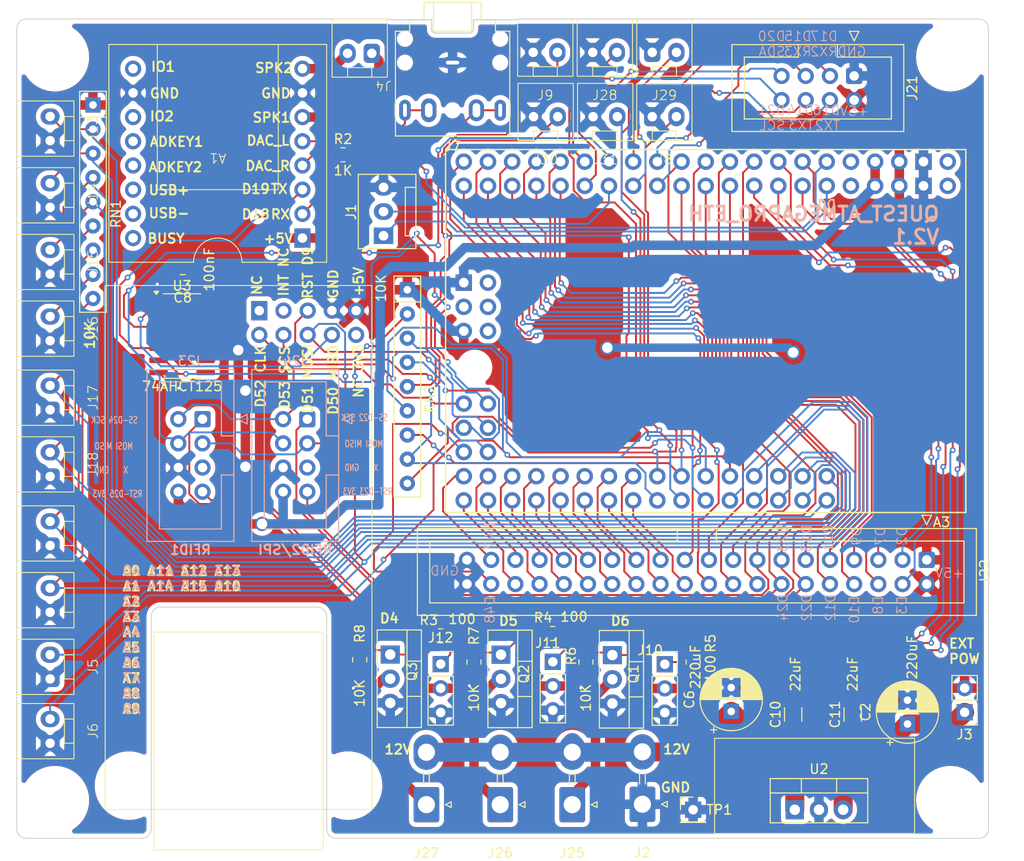
<source format=kicad_pcb>
(kicad_pcb (version 20240108) (generator "pcbnew") (generator_version "8.0")
  (layers (0 "F.Cu" signal) (31 "B.Cu" signal) (34 "B.Paste" user) (35 "F.Paste" user) (36 "B.SilkS" user "B.Silkscreen") (37 "F.SilkS" user "F.Silkscreen") (38 "B.Mask" user) (39 "F.Mask" user) (44 "Edge.Cuts" user))
  (net 0 "")
  (net 1 "GND")
  (net 3 "VCC")
  (net 4 "Net-(A1-SPK2)")
  (net 5 "Net-(A1-TX)")
  (net 8 "Net-(A1-DAC_L)")
  (net 9 "Net-(A1-DAC_R)")
  (net 11 "Net-(A1-RX)")
  (net 15 "Net-(A1-SPK1)")
  (net 17 "Net-(A2-RST)")
  (net 20 "SCK")
  (net 21 "Net-(A2-MISO)")
  (net 22 "MOSI")
  (net 23 "Net-(A2-SCS)")
  (net 30 "Net-(J10-Pin_1)")
  (net 31 "Net-(J11-Pin_1)")
  (net 32 "Net-(J12-Pin_1)")
  (net 33 "Net-(J18-Pin_2)")
  (net 34 "Net-(J13-Pin_2)")
  (net 35 "Net-(J14-Pin_2)")
  (net 36 "Net-(J15-Pin_2)")
  (net 37 "Net-(J19-Pin_2)")
  (net 38 "Net-(J17-Pin_2)")
  (net 39 "Net-(J20-Pin_2)")
  (net 40 "Net-(J16-Pin_2)")
  (net 41 "Net-(J25-Pin_1)")
  (net 42 "Net-(J26-Pin_1)")
  (net 43 "Net-(J27-Pin_1)")
  (net 44 "Net-(Q1-G)")
  (net 45 "Net-(Q2-G)")
  (net 46 "Net-(Q3-G)")
  (net 47 "5VPowerOut")
  (net 48 "12VPowerIn")
  (net 51 "RFID2_SS")
  (net 54 "RFID2_RST")
  (net 59 "Net-(A3-D19{slash}RX1)")
  (net 60 "/aux1")
  (net 61 "Net-(J9-Pin_2)")
  (net 62 "Net-(J5-Pin_2)")
  (net 63 "Net-(J30-Pin_2)")
  (net 64 "Net-(A3-D1{slash}TX0)")
  (net 65 "Net-(J31-Pin_2)")
  (net 66 "Net-(A3-D0{slash}RX0)")
  (net 67 "3V3")
  (net 68 "/aux2")
  (net 69 "Net-(J28-Pin_2)")
  (net 70 "Net-(A3-D21{slash}SCL)")
  (net 71 "Net-(A3-D14{slash}TX3)")
  (net 72 "Net-(A3-D18{slash}TX1)")
  (net 73 "Net-(J8-Pin_2)")
  (net 74 "Net-(A3-D17{slash}RX2)")
  (net 75 "Net-(A3-D15{slash}RX3)")
  (net 76 "Net-(A3-D20{slash}SDA)")
  (net 77 "Net-(J29-Pin_2)")
  (net 78 "Net-(J6-Pin_2)")
  (net 79 "Net-(A3-D16{slash}TX2)")
  (net 80 "/aux7")
  (net 81 "RFID1_SS")
  (net 82 "MISO")
  (net 83 "/aux25")
  (net 84 "/aux36")
  (net 85 "/aux5")
  (net 86 "/aux23")
  (net 87 "/aux22")
  (net 88 "/aux24")
  (net 89 "/aux34")
  (net 90 "/aux17")
  (net 91 "/aux33")
  (net 92 "/aux28")
  (net 93 "/aux26")
  (net 94 "/aux21")
  (net 95 "/aux15")
  (net 96 "/aux20")
  (net 97 "/aux29")
  (net 98 "/aux27")
  (net 99 "RFID1_RST")
  (net 100 "/aux6")
  (net 101 "/aux35")
  (net 102 "/aux30")
  (net 103 "/aux3")
  (net 104 "/aux16")
  (net 106 "/aux32")
  (net 107 "/aux19")
  (net 108 "/aux18")
  (net 109 "/aux31")
  (net 110 "/aux8")
  (net 111 "/aux14")
  (net 112 "/aux4")
  (net 113 "/aux9")
  (footprint "Package_TO_SOT_THT:TO-220-3_Vertical" (layer "F.Cu") (at 56.205 90.71 -90)
    (property "Reference" "Q3")
    (property "Value" "IRLZ44N")
  )
  (footprint "Connector_Connfly:Connector_Connfly_P2.54_2P_R" (layer "F.Cu") (at 25.5 49.5 90)
    (property "Reference" "J15")
    (property "Value" "Conn_01x02" (hide yes))
  )
  (footprint "Connector_Connfly:Connector_Connfly_P2.54_2P_R" (layer "F.Cu") (at 25.5 70.75 90)
    (property "Reference" "J18")
    (property "Value" "Conn_01x02" (hide yes))
  )
  (footprint "MountingHole:MountingHole_3.2mm_M3" (layer "F.Cu") (at 115 106)
    (property "Reference" "REF**" (hide yes))
    (property "Value" "MountingHole_3.2mm_M3" (hide yes))
  )
  (footprint "Connector_Connfly:Connector_Connfly_P2.54_2P_R" (layer "F.Cu") (at 84.98 39.25)
    (property "Reference" "J8")
    (property "Value" "Conn_01x02")
  )
  (footprint "Connector_Connfly:Connector_Connfly_P2.54_2P_R" (layer "F.Cu") (at 78.73 32.5)
    (property "Reference" "J28")
    (property "Value" "Conn_01x02")
  )
  (footprint "Resistor_SMD:R_0805_2012Metric_Pad1.20x1.40mm_HandSolder" (layer "F.Cu") (at 65 91.5 -90)
    (property "Reference" "R7")
    (property "Value" "10K")
  )
  (footprint "Connector_PinHeader_2.54mm:PinHeader_1x02_P2.54mm_Vertical" (layer "F.Cu") (at 116.5 96.775 180)
    (property "Reference" "J3")
    (property "Value" "Conn_01x02_Pin")
  )
  (footprint "Connector_PinSocket_2.54mm:PinSocket_1x03_P2.54mm_Vertical" (layer "F.Cu") (at 61.5 91.71)
    (property "Reference" "J12")
    (property "Value" "Conn_01x03")
  )
  (footprint "Package_TO_SOT_THT:TO-220-3_Vertical" (layer "F.Cu") (at 79.525 90.765 -90)
    (property "Reference" "Q1")
    (property "Value" "IRLZ44N")
  )
  (footprint "Resistor_SMD:R_0805_2012Metric_Pad1.20x1.40mm_HandSolder" (layer "F.Cu") (at 76.75 91.5 -90)
    (property "Reference" "R6")
    (property "Value" "10K")
  )
  (footprint "MountingHole:MountingHole_3.2mm_M3" (layer "F.Cu") (at 115 28)
    (property "Reference" "REF**" (hide yes))
    (property "Value" "MountingHole_3.2mm_M3" (hide yes))
  )
  (footprint "Capacitor_SMD:C_1206_3216Metric" (layer "F.Cu") (at 98.5 97 90)
    (property "Reference" "C10")
    (property "Value" "22uF")
  )
  (footprint "Package_SO:SOIC-14_3.9x8.7mm_P1.27mm" (layer "F.Cu") (at 34.355 57.277)
    (property "Reference" "U3")
    (property "Value" "74AHCT125")
  )
  (footprint "Connector_Connfly:Connector_Connfly_P2.54_2P_R" (layer "F.Cu") (at 25.5 35.5 90)
    (property "Reference" "J13")
    (property "Value" "Conn_01x02" (hide yes))
  )
  (footprint "Connector_Connfly:Connector_Connfly_P2.54_2P_R" (layer "F.Cu") (at 25.5 78 90)
    (property "Reference" "J19" (hide yes))
    (property "Value" "Conn_01x02" (hide yes))
  )
  (footprint "Connector_Connfly:Connector_Connfly_P2.54_2P_R" (layer "F.Cu") (at 25.5 98.75 90)
    (property "Reference" "J6")
    (property "Value" "Conn_01x02")
  )
  (footprint "Connector_Connfly:Connector_Connfly_P2.54_2P_R" (layer "F.Cu") (at 25.5 42.5 90)
    (property "Reference" "J14")
    (property "Value" "Conn_01x02" (hide yes))
  )
  (footprint "MountingHole:MountingHole_3.2mm_M3" (layer "F.Cu") (at 21 28)
    (property "Reference" "REF**" (hide yes))
    (property "Value" "MountingHole_3.2mm_M3" (hide yes))
  )
  (footprint "Resistor_THT:R_Array_SIP9" (layer "F.Cu") (at 58 52.42 -90)
    (property "Reference" "RN2")
    (property "Value" "10K")
  )
  (footprint "Connector_Connfly:Connector_Connfly_P2.54_2P_R" (layer "F.Cu") (at 25.5 85 90)
    (property "Reference" "J20" (hide yes))
    (property "Value" "Conn_01x02" (hide yes))
  )
  (footprint "Connector_Connfly:Connector_Connfly_P2.54_2P_R" (layer "F.Cu") (at 25.5 56.5 90)
    (property "Reference" "J16")
    (property "Value" "Conn_01x02" (hide yes))
  )
  (footprint "Capacitor_SMD:C_0805_2012Metric_Pad1.18x1.45mm_HandSolder" (layer "F.Cu") (at 34.417 51.562 180)
    (property "Reference" "C8")
    (property "Value" "100nF")
  )
  (footprint "Connector:FanPinHeader_1x03_P2.54mm_Vertical" (layer "F.Cu") (at 55.5 46.75 90)
    (property "Reference" "J1")
    (property "Value" "Conn_01x03_Pin")
  )
  (footprint "Resistor_SMD:R_0805_2012Metric_Pad1.20x1.40mm_HandSolder" (layer "F.Cu") (at 53 91.25 -90)
    (property "Reference" "R8")
    (property "Value" "10K")
  )
  (footprint "Connector_PinSocket_2.54mm:PinSocket_1x03_P2.54mm_Vertical" (layer "F.Cu") (at 85.025 91.725)
    (property "Reference" "J10")
    (property "Value" "Conn_01x03")
  )
  (footprint "Connector_Connfly:Connector_Connfly_P2.54_2P" (layer "F.Cu") (at 53 22.6 180)
    (property "Reference" "J4")
    (property "Value" "Conn_01x02")
  )
  (footprint "Resistor_SMD:R_0805_2012Metric_Pad1.20x1.40mm_HandSolder" (layer "F.Cu") (at 73.25 88.5)
    (property "Reference" "R4")
    (property "Value" "100")
  )
  (footprint "Connector_PinSocket_2.54mm:PinSocket_1x03_P2.54mm_Vertical" (layer "F.Cu") (at 73.275 91.475)
    (property "Reference" "J11")
    (property "Value" "Conn_01x03")
  )
  (footprint "Connector_Connfly:Connector_Connfly_P2.54_2P_R" (layer "F.Cu") (at 25.5 92 90)
    (property "Reference" "J5")
    (property "Value" "Conn_01x02")
  )
  (footprint "Resistor_THT:R_Array_SIP9" (layer "F.Cu") (at 25 33.02 -90)
    (property "Reference" "RN1")
    (property "Value" "10K" (hide yes))
  )
  (footprint "Capacitor_SMD:C_1206_3216Metric" (layer "F.Cu") (at 104.75 97 90)
    (property "Reference" "C11")
    (property "Value" "22uF")
  )
  (footprint "Connector_Connfly:Connector_Connfly_P2.54_2P_R" (layer "F.Cu") (at 78.77 39.25)
    (property "Reference" "J31")
    (property "Value" "Conn_01x02")
  )
  (footprint "Connector_IDC:IDC-Header_2x04_P2.54mm_Vertical" (layer "F.Cu") (at 104.902 29.972 -90)
    (property "Reference" "J21")
    (property "Value" "Conn_02x04_Odd_Even")
  )
  (footprint "Connector_Connfly:Connector_Connfly_P2.54_2P_R" (layer "F.Cu") (at 72.52 39.25)
    (property "Reference" "J30")
    (property "Value" "Conn_01x02")
  )
  (footprint "Connector_Connfly:Connector_Connfly_P2.54_2P_R" (layer "F.Cu") (at 72.48 32.5)
    (property "Reference" "J9")
    (property "Value" "Conn_01x02")
  )
  (footprint "Connector_Audio:Jack_3.5mm_CUI_SJ1-3525N_Horizontal" (layer "F.Cu") (at 62.75 28.575 180)
    (property "Reference" "J7")
    (property "Value" "AudioJack3_SwitchTR")
    (fp_line (start 2.2 4.5) (end 6.5 4.5) (stroke (width 0.12)) (layer "Edge.Cuts"))
    (fp_line (start 2.2 3.5) (end 2.2 4.5) (stroke (width 0.12)) (layer "Edge.Cuts"))
    (fp_line (start 1.8 3.1) (end -1.8 3.1) (stroke (width 0.12)) (layer "Edge.Cuts"))
    (fp_line (start -2.2 4.5) (end -6.5 4.5) (stroke (width 0.12)) (layer "Edge.Cuts"))
    (fp_line (start -2.2 3.5) (end -2.2 4.5) (stroke (width 0.12)) (layer "Edge.Cuts"))
    (fp_arc (start 1.8 3.1) (mid 2.082843 3.217157) (end 2.2 3.5) (stroke (width 0.12)) (layer "Edge.Cuts"))
    (fp_arc (start -2.2 3.5) (mid -2.082842 3.217158) (end -1.8 3.1) (stroke (width 0.12)) (layer "Edge.Cuts"))
  )
  (footprint "MountingHole:MountingHole_3.2mm_M3" (layer "F.Cu") (at 21 106)
    (property "Reference" "REF**" (hide yes))
    (property "Value" "MountingHole_3.2mm_M3" (hide yes))
  )
  (footprint "Connector_Connfly:Connector_Connfly_P2.54_2P_R" (layer "F.Cu") (at 84.98 32.5)
    (property "Reference" "J29")
    (property "Value" "Conn_01x02")
  )
  (footprint "Wiznet:W5500Module" (layer "F.Cu") (at 40.28 79.47 180)
    (property "Reference" "A2" (hide yes))
    (property "Value" "~" (hide yes))
  )
  (footprint "Connector_Molex:Molex_Mini-Fit_Jr_5569-02A2_2x01_P4.20mm_Horizontal_Hanging" (layer "F.Cu") (at 67.75 106.465 180)
    (property "Reference" "J26")
    (property "Value" "Conn_02x01")
  )
  (footprint "Capacitor_THT:CP_Radial_D6.3mm_P2.50mm" (layer "F.Cu") (at 92 96.68238 90)
    (property "Reference" "C6")
    (property "Value" "220uF")
  )
  (footprint "Resistor_SMD:R_0805_2012Metric_Pad1.20x1.40mm_HandSolder" (layer "F.Cu") (at 51.25 38.25)
    (property "Reference" "R2")
    (property "Value" "1K")
  )
  (footprint "Connector_PinHeader_2.54mm:PinHeader_1x01_P2.54mm_Vertical" (layer "F.Cu") (at 88 107)
    (property "Reference" "TP1")
    (property "Value" "TestPoint_Probe")
  )
  (footprint "Package_TO_SOT_THT:TO-220-3_Vertical" (layer "F.Cu") (at 98.67 107)
    (property "Reference" "U2")
    (property "Value" "LM7805_TO220")
  )
  (footprint "Resistor_SMD:R_0805_2012Metric_Pad1.20x1.40mm_HandSolder" (layer "F.Cu") (at 88 91.5 -90)
    (property "Reference" "R5")
    (property "Value" "100")
  )
  (footprint "Connector_Connfly:Connector_Connfly_P2.54_2P_R" (layer "F.Cu") (at 25.5 63.75 90)
    (property "Reference" "J17")
    (property "Value" "Conn_01x02" (hide yes))
  )
  (footprint "Connector_Molex:Molex_Mini-Fit_Jr_5569-02A2_2x01_P4.20mm_Horizontal_Hanging" (layer "F.Cu") (at 75.311 106.465 180)
    (property "Reference" "J25")
    (property "Value" "Conn_02x01")
  )
  (footprint "arduino_kicad:Clone_Mega2560_Pro_Socket" (layer "F.Cu") (at 116.629 75.8 180)
    (property "Reference" "A3")
    (property "Value" "Clone_Mega2560_Pro_Socket")
  )
  (footprint "Capacitor_THT:CP_Radial_D6.3mm_P2.50mm" (layer "F.Cu") (at 110.5 98 90)
    (property "Reference" "C2")
    (property "Value" "220uF")
  )
  (footprint "Connector_IDC:IDC-Header_2x20_P2.54mm_Vertical" (layer "F.Cu") (at 112.522 80.772 -90)
    (property "Reference" "J22")
    (property "Value" "Conn_02x20_Odd_Even")
  )
  (footprint "Resistor_SMD:R_0805_2012Metric_Pad1.20x1.40mm_HandSolder" (layer "F.Cu") (at 61.5 88.75)
    (property "Reference" "R3")
    (property "Value" "100")
  )
  (footprint "Package_TO_SOT_THT:TO-220-3_Vertical" (layer "F.Cu") (at 67.83 90.725 -90)
    (property "Reference" "Q2")
    (property "Value" "IRLZ44N")
  )
  (footprint "Connector_Molex:Molex_Mini-Fit_Jr_5569-02A2_2x01_P4.20mm_Horizontal_Hanging" (layer "F.Cu") (at 60 106.465 180)
    (property "Reference" "J27")
    (property "Value" "Conn_02x01")
  )
  (footprint "Connector_Molex:Molex_Mini-Fit_Jr_5569-02A2_2x01_P4.20mm_Horizontal_Hanging" (layer "F.Cu") (at 82.677 106.426 180)
    (property "Reference" "J2")
    (property "Value" "Conn_02x01")
  )
  (footprint "DFPlayer:DFPLayerMini" (layer "F.Cu") (at 38.1 38.1 180)
    (property "Reference" "A1")
    (property "Value" "~")
  )
  (footprint "Connector_IDC:IDC-Header_2x04_P2.54mm_Vertical" (layer "B.Cu") (at 36.5 66 180)
    (property "Reference" "J23")
    (property "Value" "RFID1")
  )
  (footprint "Connector_IDC:IDC-Header_2x04_P2.54mm_Vertical" (layer "B.Cu") (at 47.5 66 180)
    (property "Reference" "J24")
    (property "Value" "RFID2/SPI")
  )
  (gr_rect (start 90.25 99.5) (end 111.25 109.5) (stroke (width 0.1)) (fill none) (layer "F.SilkS"))
  (gr_arc (start 17 25) (mid 17.292893 24.292893) (end 18 24) (stroke (width 0.1)) (layer "Edge.Cuts"))
  (gr_arc (start 31.115 109) (mid 30.822107 109.707107) (end 30.115 110) (stroke (width 0.1)) (layer "Edge.Cuts"))
  (gr_arc (start 48.53 85.725) (mid 49.237107 86.017893) (end 49.53 86.725) (stroke (width 0.1)) (layer "Edge.Cuts"))
  (gr_arc (start 119 109) (mid 118.707107 109.707107) (end 118 110) (stroke (width 0.1)) (layer "Edge.Cuts"))
  (gr_arc (start 18 110) (mid 17.292893 109.707107) (end 17 109) (stroke (width 0.1)) (layer "Edge.Cuts"))
  (gr_arc (start 50.53 110) (mid 49.822893 109.707107) (end 49.53 109) (stroke (width 0.1)) (layer "Edge.Cuts"))
  (gr_line (start 49.53 109) (end 49.53 86.725) (stroke (width 0.1)) (layer "Edge.Cuts"))
  (gr_line (start 18 24) (end 56 24) (stroke (width 0.1)) (layer "Edge.Cuts"))
  (gr_line (start 17 109) (end 17 25) (stroke (width 0.1)) (layer "Edge.Cuts"))
  (gr_line (start 56 24) (end 56.25 24.075) (stroke (width 0.1)) (layer "Edge.Cuts"))
  (gr_line (start 69.735 24) (end 69.25 24.075) (stroke (width 0.1)) (layer "Edge.Cuts"))
  (gr_line (start 119 25) (end 119 109) (stroke (width 0.1)) (layer "Edge.Cuts"))
  (gr_line (start 118 110) (end 50.53 110) (stroke (width 0.1)) (layer "Edge.Cuts"))
  (gr_arc (start 31.115 86.725) (mid 31.407893 86.017893) (end 32.115 85.725) (stroke (width 0.1)) (layer "Edge.Cuts"))
  (gr_line (start 31.115 109) (end 31.115 86.725) (stroke (width 0.1)) (layer "Edge.Cuts"))
  (gr_line (start 18 110) (end 30.115 110) (stroke (width 0.1)) (layer "Edge.Cuts"))
  (gr_line (start 32.115 85.725) (end 48.53 85.725) (stroke (width 0.1)) (layer "Edge.Cuts"))
  (gr_arc (start 118 24) (mid 118.707107 24.292893) (end 119 25) (stroke (width 0.1)) (layer "Edge.Cuts"))
  (gr_line (start 118 24) (end 69.735 24) (stroke (width 0.1)) (layer "Edge.Cuts"))
  (gr_text "D48" (at 67.25 84.5 90) (layer "B.SilkS") (effects (font (size 1 1) (thickness 0.1)) (justify left bottom mirror)))
  (gr_text "RST-D23 3V3" (at 56.5 74 0) (layer "B.SilkS") (effects (font (size 0.7 0.5) (thickness 0.1)) (justify left bottom mirror)))
  (gr_text "D22" (at 100.5 84.25 90) (layer "B.SilkS") (effects (font (size 1 1) (thickness 0.1)) (justify left bottom mirror)))
  (gr_text "D2" (at 110.5 77.25 90) (layer "B.SilkS") (effects (font (size 1 1) (thickness 0.1)) (justify left bottom mirror)))
  (gr_text "SS-D24 SCK\n" (at 29.75 66.5 0) (layer "B.SilkS") (effects (font (size 0.7 0.5) (thickness 0.1)) (justify left bottom mirror)))
  (gr_text "D24\n" (at 98 84.25 90) (layer "B.SilkS") (effects (font (size 1 1) (thickness 0.1)) (justify left bottom mirror)))
  (gr_text "D17\nRX2" (at 103.25 28 0) (layer "B.SilkS") (effects (font (size 1 1) (thickness 0.1)) (justify left bottom mirror)))
  (gr_text "D13" (at 100.5 77 90) (layer "B.SilkS") (effects (font (size 1 1) (thickness 0.1)) (justify left bottom mirror)))
  (gr_text "D15\nRX3" (at 100.5 28 0) (layer "B.SilkS") (effects (font (size 1 1) (thickness 0.1)) (justify left bottom mirror)))
  (gr_text "D21\nSCL" (at 97.75 35.75 0) (layer "B.SilkS") (effects (font (size 1 1) (thickness 0.1)) (justify left bottom mirror)))
  (gr_text "D8" (at 108 84.5 90) (layer "B.SilkS") (effects (font (size 1 1) (thickness 0.1)) (justify left bottom mirror)))
  (gr_text "D20\nSDA" (at 97.75 28 0) (layer "B.SilkS") (effects (font (size 1 1) (thickness 0.1)) (justify left bottom mirror)))
  (gr_text "D7" (at 108.25 77.25 90) (layer "B.SilkS") (effects (font (size 1 1) (thickness 0.1)) (justify left bottom mirror)))
  (gr_text "+5V" (at 106.5 34.25 0) (layer "B.SilkS") (effects (font (size 1 1) (thickness 0.1)) (justify left bottom mirror)))
  (gr_text "RST-D25 3V3" (at 30.25 74.25 0) (layer "B.SilkS") (effects (font (size 0.7 0.5) (thickness 0.1)) (justify left bottom mirror)))
  (gr_text "X    GND" (at 28.75 71.75 0) (layer "B.SilkS") (effects (font (size 0.7 0.5) (thickness 0.1)) (justify left bottom mirror)))
  (gr_text "D11" (at 102.75 77 90) (layer "B.SilkS") (effects (font (size 1 1) (thickness 0.1)) (justify left bottom mirror)))
  (gr_text "D47" (at 67.25 76.75 90) (layer "B.SilkS") (effects (font (size 1 1) (thickness 0.1)) (justify left bottom mirror)))
  (gr_text "MOSI MISO\n" (at 29.25 69.25 0) (layer "B.SilkS") (effects (font (size 0.7 0.5) (thickness 0.1)) (justify left bottom mirror)))
  (gr_text "D14\nTX3" (at 100.75 35.75 0) (layer "B.SilkS") (effects (font (size 1 1) (thickness 0.1)) (justify left bottom mirror)))
  (gr_text "GND" (at 63.5 82.5 0) (layer "B.SilkS") (effects (font (size 1 1) (thickness 0.1)) (justify left bottom mirror)))
  (gr_text "D23" (at 98 77 90) (layer "B.SilkS") (effects (font (size 1 1) (thickness 0.1)) (justify left bottom mirror)))
  (gr_text "D10" (at 105.5 84.5 90) (layer "B.SilkS") (effects (font (size 1 1) (thickness 0.1)) (justify left bottom mirror)))
  (gr_text "GND" (at 106.25 28 0) (layer "B.SilkS") (effects (font (size 1 1) (thickness 0.1)) (justify left bottom mirror)))
  (gr_text "QUEST_ATMEGAPRO_ETH\nV2.1" (at 114 47.75 0) (layer "B.SilkS") (effects (font (size 1.5 1.5) (thickness 0.3) (bold yes)) (justify left bottom mirror)))
  (gr_text "D3" (at 110.5 84.5 90) (layer "B.SilkS") (effects (font (size 1 1) (thickness 0.1)) (justify left bottom mirror)))
  (gr_text "D16\nTX2" (at 103.5 35.75 0) (layer "B.SilkS") (effects (font (size 1 1) (thickness 0.1)) (justify left bottom mirror)))
  (gr_text "A13 A12 A11 A0\nA10 A15 A14 A1\n            A2\n            A3\n            A4\n            A5\n            A6\n            A7\n            A8\n            A9" (at 28 97 0) (layer "B.SilkS") (effects (font (size 1 1) (thickness 0.2) (bold yes)) (justify right bottom mirror)))
  (gr_text "D9" (at 105.75 77.25 90) (layer "B.SilkS") (effects (font (size 1 1) (thickness 0.1)) (justify left bottom mirror)))
  (gr_text "SS-D22 SCK\n" (at 56 66.25 0) (layer "B.SilkS") (effects (font (size 0.7 0.5) (thickness 0.1)) (justify left bottom mirror)))
  (gr_text "D12\n" (at 103 84.25 90) (layer "B.SilkS") (effects (font (size 1 1) (thickness 0.1)) (justify left bottom mirror)))
  (gr_text "+5V" (at 116.5 82.75 0) (layer "B.SilkS") (effects (font (size 1 1) (thickness 0.1)) (justify left bottom mirror)))
  (gr_text "X    GND" (at 55 71.5 0) (layer "B.SilkS") (effects (font (size 0.7 0.5) (thickness 0.1)) (justify left bottom mirror)))
  (gr_text "MOSI MISO\n" (at 55.5 69 0) (layer "B.SilkS") (effects (font (size 0.7 0.5) (thickness 0.1)) (justify left bottom mirror)))
  (gr_text "GND" (at 50.8 53.467 90) (layer "F.SilkS") (effects (font (size 1 1) (thickness 0.2) (bold yes)) (justify left bottom)))
  (gr_text "GND" (at 30.861 32.385 0) (layer "F.SilkS") (effects (font (size 1 1) (thickness 0.2) (bold yes)) (justify left bottom)))
  (gr_text "D6" (at 79.25 87.75 0) (layer "F.SilkS") (effects (font (size 1 1) (thickness 0.2) (bold yes)) (justify left bottom)))
  (gr_text "A0 A11 A12 A13\nA1 A14 A15 A10\nA2\nA3\nA4\nA5\nA6\nA7\nA8\nA9" (at 28 97 0) (layer "F.SilkS") (effects (font (size 1 1) (thickness 0.2) (bold yes)) (justify left bottom)))
  (gr_text "USB+" (at 30.734 42.545 0) (layer "F.SilkS") (effects (font (size 1 1) (thickness 0.2) (bold yes)) (justify left bottom)))
  (gr_text "NC 3V3" (at 53.467 63.881 90) (layer "F.SilkS") (effects (font (size 1 1) (thickness 0.2) (bold yes)) (justify left bottom)))
  (gr_text "D4" (at 55 87.5 0) (layer "F.SilkS") (effects (font (size 1 1) (thickness 0.2) (bold yes)) (justify left bottom)))
  (gr_text "10K" (at 25.25 58.75 90) (layer "F.SilkS") (effects (font (size 1 1) (thickness 0.2) (bold yes)) (justify left bottom)))
  (gr_text "GND" (at 42.545 32.385 0) (layer "F.SilkS") (effects (font (size 1 1) (thickness 0.2) (bold yes)) (justify left bottom)))
  (gr_text "DAC_R" (at 40.894 40.005 0) (layer "F.SilkS") (effects (font (size 1 1) (thickness 0.2) (bold yes)) (justify left bottom)))
  (gr_text "D50 MISO" (at 50.8 65.659 90) (layer "F.SilkS") (effects (font (size 1 1) (thickness 0.2) (bold yes)) (justify left bottom)))
  (gr_text "D5" (at 67.5 87.75 0) (layer "F.SilkS") (effects (font (size 1 1) (thickness 0.2) (bold yes)) (justify left bottom)))
  (gr_text "+5V" (at 42.799 47.625 0) (layer "F.SilkS") (effects (font (size 1 1) (thickness 0.2) (bold yes)) (justify left bottom)))
  (gr_text "BUSY" (at 30.607 47.625 0) (layer "F.SilkS") (effects (font (size 1 1) (thickness 0.2) (bold yes)) (justify left bottom)))
  (gr_text "RX" (at 43.561 45.085 0) (layer "F.SilkS") (effects (font (size 1 1) (thickness 0.2) (bold yes)) (justify left bottom)))
  (gr_text "ADKEY2" (at 30.734 40.132 0) (layer "F.SilkS") (effects (font (size 1 1) (thickness 0.2) (bold yes)) (justify left bottom)))
  (gr_text "12V" (at 84.75 101.25 0) (layer "F.SilkS") (effects (font (size 1 1) (thickness 0.2) (bold yes)) (justify left bottom)))
  (gr_text "SPK2" (at 41.91 29.718 0) (layer "F.SilkS") (effects (font (size 1 1) (thickness 0.2) (bold yes)) (justify left bottom)))
  (gr_text "USB-" (at 30.734 44.958 0) (layer "F.SilkS") (effects (font (size 1 1) (thickness 0.2) (bold yes)) (justify left bottom)))
  (gr_text "GND" (at 84.5 105.25 0) (layer "F.SilkS") (effects (font (size 1 1) (thickness 0.2) (bold yes)) (justify left bottom)))
  (gr_text "D53 SCS" (at 45.72 65.024 90) (layer "F.SilkS") (effects (font (size 1 1) (thickness 0.2) (bold yes)) (justify left bottom)))
  (gr_text "INT NC" (at 45.593 53.213 90) (layer "F.SilkS") (effects (font (size 1 1) (thickness 0.2) (bold yes)) (justify left bottom)))
  (gr_text "EXT\nPOW" (at 114.75 91.75 0) (layer "F.SilkS") (effects (font (size 1 1) (thickness 0.2) (bold yes)) (justify left bottom)))
  (gr_text "SPK1" (at 41.656 34.925 0) (layer "F.SilkS") (effects (font (size 1 1) (thickness 0.2) (bold yes)) (justify left bottom)))
  (gr_text "TX" (at 43.561 42.418 0) (layer "F.SilkS") (effects (font (size 1 1) (thickness 0.2) (bold yes)) (justify left bottom)))
  (gr_text "IO1" (at 30.988 29.591 0) (layer "F.SilkS") (effects (font (size 1 1) (thickness 0.2) (bold yes)) (justify left bottom)))
  (gr_text "IO2" (at 30.861 34.798 0) (layer "F.SilkS") (effects (font (size 1 1) (thickness 0.2) (bold yes)) (justify left bottom)))
  (gr_text "D51 MOSI" (at 48.133 65.532 90) (layer "F.SilkS") (effects (font (size 1 1) (thickness 0.2) (bold yes)) (justify left bottom)))
  (gr_text "RST D9" (at 48.133 53.467 90) (layer "F.SilkS") (effects (font (size 1 1) (thickness 0.2) (bold yes)) (justify left bottom)))
  (gr_text "NC" (at 42.799 53.086 90) (layer "F.SilkS") (effects (font (size 1 1) (thickness 0.2) (bold yes)) (justify left bottom)))
  (gr_text "+5V" (at 53.467 53.213 90) (layer "F.SilkS") (effects (font (size 1 1) (thickness 0.2) (bold yes)) (justify left bottom)))
  (gr_text "12V" (at 55.5 101.25 0) (layer "F.SilkS") (effects (font (size 1 1) (thickness 0.2) (bold yes)) (justify left bottom)))
  (gr_text "D19" (at 40.5 42.418 0) (layer "F.SilkS") (effects (font (size 1 1) (thickness 0.2) (bold yes)) (justify left bottom)))
  (gr_text "D52 CLK" (at 43.18 64.897 90) (layer "F.SilkS") (effects (font (size 1 1) (thickness 0.2) (bold yes)) (justify left bottom)))
  (gr_text "D18" (at 40.5 45.085 0) (layer "F.SilkS") (effects (font (size 1 1) (thickness 0.2) (bold yes)) (justify left bottom)))
  (gr_text "DAC_L" (at 41.021 37.338 0) (layer "F.SilkS") (effects (font (size 1 1) (thickness 0.2) (bold yes)) (justify left bottom)))
  (gr_text "ADKEY1" (at 30.861 37.465 0) (layer "F.SilkS") (effects (font (size 1 1) (thickness 0.2) (bold yes)) (justify left bottom)))
  (segment (start 41 63) (end 41 71) (width 1) (layer "F.Cu") (net 1))
  (segment (start 34 62.75) (end 33.543 62.75) (width 0.2) (layer "F.Cu") (net 1))
  (segment (start 31.88 53.467) (end 32.854999 53.467) (width 0.2) (layer "F.Cu") (net 1))
  (segment (start 32.004 51.562) (end 31.75 51.816) (width 0.2) (layer "F.Cu") (net 1))
  (segment (start 32.854999 53.467) (end 33.5 54.112001) (width 0.2) (layer "F.Cu") (net 1))
  (segment (start 32.854999 57.277) (end 31.88 57.277) (width 0.2) (layer "F.Cu") (net 1))
  (segment (start 97.15738 94.18238) (end 92 94.18238) (width 1) (layer "F.Cu") (net 1))
  (segment (start 65 93.496) (end 65 92.5) (width 0.2) (layer "F.Cu") (net 1))
  (segment (start 31.88 51.946) (end 31.75 51.816) (width 0.2) (layer "F.Cu") (net 1))
  (segment (start 52.324 94.234) (end 53 93.558) (width 0.2) (layer "F.Cu") (net 1))
  (segment (start 33.5 56.631999) (end 32.854999 57.277) (width 0.2) (layer "F.Cu") (net 1))
  (segment (start 33.543 62.75) (end 31.88 61.087) (width 0.2) (layer "F.Cu") (net 1))
  (segment (start 33.3795 51.562) (end 32.004 51.562) (width 0.2) (layer "F.Cu") (net 1))
  (segment (start 40.25 62.25) (end 41 63) (width 1) (layer "F.Cu") (net 1))
  (segment (start 64.516 93.98) (end 65 93.496) (width 0.2) (layer "F.Cu") (net 1))
  (segment (start 33.5 54.112001) (end 33.5 56.631999) (width 0.2) (layer "F.Cu") (net 1))
  (segment (start 40.25 58.75) (end 40.25 62.25) (width 1) (layer "F.Cu") (net 1))
  (segment (start 104.75 95.525) (end 110.475 95.525) (width 1) (layer "F.Cu") (net 1))
  (segment (start 76.75 93.684) (end 76.2 94.234) (width 0.2) (layer "F.Cu") (net 1))
  (segment (start 76.75 92.5) (end 76.75 93.684) (width 0.2) (layer "F.Cu") (net 1))
  (segment (start 110.475 95.525) (end 110.5 95.5) (width 1) (layer "F.Cu") (net 1))
  (segment (start 41 71) (end 41 71.25) (width 1) (layer "F.Cu") (net 1))
  (segment (start 53 93.558) (end 53 92.25) (width 0.2) (layer "F.Cu") (net 1))
  (segment (start 31.88 53.467) (end 31.88 51.946) (width 0.2) (layer "F.Cu") (net 1))
  (segment (start 98.5 95.525) (end 97.15738 94.18238) (width 1) (layer "F.Cu") (net 1))
  (via (at 41 71) (size 1.5) (drill 1.1) (layers "F.Cu" "B.Cu") (net 1))
  (via (at 76.2 94.234) (size 0.6) (drill 0.3) (layers "F.Cu" "B.Cu") (net 1))
  (via (at 52.324 94.234) (size 0.6) (drill 0.3) (layers "F.Cu" "B.Cu") (net 1))
  (via (at 40.25 58.75) (size 1.5) (drill 1.1) (layers "F.Cu" "B.Cu") (net 1))
  (via (at 34 62.75) (size 0.6) (drill 0.3) (layers "F.Cu" "B.Cu") (net 1))
  (via (at 64.516 93.98) (size 0.6) (drill 0.3) (layers "F.Cu" "B.Cu") (net 1))
  (via (at 31.75 51.816) (size 0.6) (drill 0.3) (layers "F.Cu" "B.Cu") (net 1))
  (via (at 41 63) (size 1.5) (drill 1.1) (layers "F.Cu" "B.Cu") (net 1))
  (via (at 98.5 59) (size 1.5) (drill 1.1) (layers "F.Cu" "B.Cu") (net 3))
  (via (at 79 58.5) (size 1.5) (drill 1.1) (layers "F.Cu" "B.Cu") (net 3))
  (segment (start 79 58.5) (end 98 58.5) (width 0.9) (layer "B.Cu") (net 3))
  (segment (start 62.75 56.75) (end 58.42 52.42) (width 1) (layer "B.Cu") (net 3))
  (segment (start 98 58.5) (end 98.5 59) (width 0.9) (layer "B.Cu") (net 3))
  (segment (start 63.924 56.75) (end 62.75 56.75) (width 1) (layer "B.Cu") (net 3))
  (segment (start 58.42 52.42) (end 58 52.42) (width 1) (layer "B.Cu") (net 3))
  (segment (start 50.12 29.21) (end 51.73 27.6) (width 1) (layer "F.Cu") (net 4))
  (segment (start 46.99 29.21) (end 50.12 29.21) (width 1) (layer "F.Cu") (net 4))
  (segment (start 46.99 41.91) (end 44.15 44.75) (width 0.2) (layer "F.Cu") (net 5))
  (segment (start 44.15 44.75) (end 42.25 44.75) (width 0.2) (layer "F.Cu") (net 5))
  (segment (start 27.813 57.15) (end 29.21 58.547) (width 0.2) (layer "F.Cu") (net 5))
  (segment (start 29.21 58.547) (end 31.88 58.547) (width 0.2) (layer "F.Cu") (net 5))
  (segment (start 27.813 51.943) (end 27.813 57.15) (width 0.2) (layer "F.Cu") (net 5))
  (segment (start 28.628 51.128) (end 27.813 51.943) (width 0.2) (layer "F.Cu") (net 5))
  (via (at 42.25 44.75) (size 0.6) (drill 0.3) (layers "F.Cu" "B.Cu") (net 5))
  (via (at 28.628 51.128) (size 0.6) (drill 0.3) (layers "F.Cu" "B.Cu") (net 5))
  (segment (start 42.25 44.75) (end 39.75 47.25) (width 0.2) (layer "B.Cu") (net 5))
  (segment (start 32.506 47.25) (end 28.628 51.128) (width 0.2) (layer "B.Cu") (net 5))
  (segment (start 39.75 47.25) (end 32.506 47.25) (width 0.2) (layer "B.Cu") (net 5))
  (segment (start 55.88 36.83) (end 57.75 34.96) (width 0.2) (layer "F.Cu") (net 8))
  (segment (start 46.99 36.83) (end 55.88 36.83) (width 0.2) (layer "F.Cu") (net 8))
  (segment (start 57.75 33.575) (end 60.25 33.575) (width 0.2) (layer "F.Cu") (net 8))
  (segment (start 57.75 34.96) (end 57.75 33.575) (width 0.2) (layer "F.Cu") (net 8))
  (segment (start 63.75 35) (end 63.825 35) (width 0.2) (layer "F.Cu") (net 9))
  (segment (start 57.525686 35.75) (end 63 35.75) (width 0.2) (layer "F.Cu") (net 9))
  (segment (start 65.25 33.575) (end 67.75 33.575) (width 0.2) (layer "F.Cu") (net 9))
  (segment (start 49.13 37.23) (end 56.045686 37.23) (width 0.2) (layer "F.Cu") (net 9))
  (segment (start 63.825 35) (end 65.25 33.575) (width 0.2) (layer "F.Cu") (net 9))
  (segment (start 63 35.75) (end 63.75 35) (width 0.2) (layer "F.Cu") (net 9))
  (segment (start 56.045686 37.23) (end 57.525686 35.75) (width 0.2) (layer "F.Cu") (net 9))
  (segment (start 46.99 39.37) (end 49.13 37.23) (width 0.2) (layer "F.Cu") (net 9))
  (segment (start 48.5 39.75) (end 50 38.25) (width 0.2) (layer "F.Cu") (net 11))
  (segment (start 50 38.25) (end 50.25 38.25) (width 0.2) (layer "F.Cu") (net 11))
  (segment (start 48.5 42.94) (end 48.5 39.75) (width 0.2) (layer "F.Cu") (net 11))
  (segment (start 46.99 44.45) (end 48.5 42.94) (width 0.2) (layer "F.Cu") (net 11))
  (segment (start 55.02 33.23) (end 55.02 28.35) (width 1) (layer "F.Cu") (net 15))
  (segment (start 53.96 34.29) (end 55.02 33.23) (width 1) (layer "F.Cu") (net 15))
  (segment (start 46.99 34.29) (end 53.96 34.29) (width 1) (layer "F.Cu") (net 15))
  (segment (start 55.02 28.35) (end 54.27 27.6) (width 1) (layer "F.Cu") (net 15))
  (segment (start 47.54 54.61) (end 46.228 55.922) (width 0.2) (layer "F.Cu") (net 17))
  (segment (start 57.5 61.25) (end 60 61.25) (width 0.2) (layer "F.Cu") (net 17))
  (segment (start 46.228 58.728) (end 47.25 59.75) (width 0.2) (layer "F.Cu") (net 17))
  (segment (start 56 59.75) (end 57.5 61.25) (width 0.2) (layer "F.Cu") (net 17))
  (segment (start 47.25 59.75) (end 56 59.75) (width 0.2) (layer "F.Cu") (net 17))
  (segment (start 46.228 55.922) (end 46.228 58.728) (width 0.2) (layer "F.Cu") (net 17))
  (segment (start 60 61.25) (end 60.375 61.625) (width 0.2) (layer "F.Cu") (net 17))
  (via (at 60.375 61.625) (size 0.6) (drill 0.3) (layers "F.Cu" "B.Cu") (net 17))
  (segment (start 63.618421 68.25) (end 65.264 68.25) (width 0.2) (layer "B.Cu") (net 17))
  (segment (start 61.35 62.6) (end 61.35 65.981579) (width 0.2) (layer "B.Cu") (net 17))
  (segment (start 61.35 65.981579) (end 63.618421 68.25) (width 0.2) (layer "B.Cu") (net 17))
  (segment (start 65.264 68.25) (end 66.464 69.45) (width 0.2) (layer "B.Cu") (net 17))
  (segment (start 60.375 61.625) (end 61.35 62.6) (width 0.2) (layer "B.Cu") (net 17))
  (segment (start 46.06 60.75) (end 46.06 64.9) (width 0.2) (layer "F.Cu") (net 20))
  (segment (start 56.214365 62.35) (end 57.614365 63.75) (width 0.2) (layer "F.Cu") (net 20))
  (segment (start 46.06 64.9) (end 44.96 66) (width 0.2) (layer "F.Cu") (net 20))
  (segment (start 54.85 62.35) (end 56.214365 62.35) (width 0.2) (layer "F.Cu") (net 20))
  (segment (start 60.87 64.37) (end 63.924 64.37) (width 0.2) (layer "F.Cu") (net 20))
  (segment (start 42.46 57.15) (end 46.06 60.75) (width 0.2) (layer "F.Cu") (net 20))
  (segment (start 46.06 60.75) (end 53.25 60.75) (width 0.2) (layer "F.Cu") (net 20))
  (segment (start 57.614365 63.75) (end 60.25 63.75) (width 0.2) (layer "F.Cu") (net 20))
  (segment (start 60.25 63.75) (end 60.87 64.37) (width 0.2) (layer "F.Cu") (net 20))
  (segment (start 53.25 60.75) (end 54.85 62.35) (width 0.2) (layer "F.Cu") (net 20))
  (segment (start 35.46 64.5) (end 33.96 66) (width 0.2) (layer "B.Cu") (net 20))
  (segment (start 39.5 66) (end 38 64.5) (width 0.2) (layer "B.Cu") (net 20))
  (segment (start 38 64.5) (end 35.46 64.5) (width 0.2) (layer "B.Cu") (net 20))
  (segment (start 44.96 66) (end 39.5 66) (width 0.2) (layer "B.Cu") (net 20))
  (segment (start 30 55.5) (end 30.763 54.737) (width 0.2) (layer "F.Cu") (net 21))
  (segment (start 30.763 54.737) (end 31.88 54.737) (width 0.2) (layer "F.Cu") (net 21))
  (via (at 30 55.5) (size 0.6) (drill 0.3) (layers "F.Cu" "B.Cu") (net 21))
  (segment (start 30 55.5) (end 30 58.321) (width 0.2) (layer "B.Cu") (net 21))
  (segment (start 46.778 60.452) (end 50.08 57.15) (width 0.2) (layer "B.Cu") (net 21))
  (segment (start 30 58.321) (end 32.131 60.452) (width 0.2) (layer "B.Cu") (net 21))
  (segment (start 32.131 60.452) (end 46.778 60.452) (width 0.2) (layer "B.Cu") (net 21))
  (segment (start 47.54 57.15) (end 49.33 58.94) (width 0.2) (layer "F.Cu") (net 22))
  (segment (start 49.33 58.94) (end 59.44 58.94) (width 0.2) (layer "F.Cu") (net 22))
  (segment (start 51.5 61.5) (end 51.5 67) (width 0.2) (layer "F.Cu") (net 22))
  (segment (start 51.5 67) (end 49.96 68.54) (width 0.2) (layer "F.Cu") (net 22))
  (segment (start 49.96 68.54) (end 47.5 68.54) (width 0.2) (layer "F.Cu") (net 22))
  (segment (start 59.44 58.94) (end 60.25 59.75) (width 0.2) (layer "F.Cu") (net 22))
  (via (at 60.25 59.75) (size 0.6) (drill 0.3) (layers "F.Cu" "B.Cu") (net 22))
  (via (at 51.5 61.5) (size 0.6) (drill 0.3) (layers "F.Cu" "B.Cu") (net 22))
  (segment (start 39.54 68.54) (end 36.5 68.54) (width 0.2) (layer "B.Cu") (net 22))
  (segment (start 47.54 57.15) (end 48.69 56) (width 0.2) (layer "B.Cu") (net 22))
  (segment (start 48.69 56) (end 50.556346 56) (width 0.2) (layer "B.Cu") (net 22))
  (segment (start 65.3004 65.7464) (end 66.464 66.91) (width 0.2) (layer "B.Cu") (net 22))
  (segment (start 60.25 59.75) (end 62.25 61.75) (width 0.2) (layer "B.Cu") (net 22))
  (segment (start 62.25 61.815686) (end 62.75 62.315686) (width 0.2) (layer "B.Cu") (net 22))
  (segment (start 40.69 69.69) (end 39.54 68.54) (width 0.2) (layer "B.Cu") (net 22))
  (segment (start 62.75 65.5) (end 62.9964 65.7464) (width 0.2) (layer "B.Cu") (net 22))
  (segment (start 51.47 56.913654) (end 51.47 61.47) (width 0.2) (layer "B.Cu") (net 22))
  (segment (start 50.556346 56) (end 51.47 56.913654) (width 0.2) (layer "B.Cu") (net 22))
  (segment (start 47.5 68.54) (end 46.35 69.69) (width 0.2) (layer "B.Cu") (net 22))
  (segment (start 62.75 62.315686) (end 62.75 65.5) (width 0.2) (layer "B.Cu") (net 22))
  (segment (start 51.47 61.47) (end 51.5 61.5) (width 0.2) (layer "B.Cu") (net 22))
  (segment (start 62.25 61.75) (end 62.25 61.815686) (width 0.2) (layer "B.Cu") (net 22))
  (segment (start 46.35 69.69) (end 40.69 69.69) (width 0.2) (layer "B.Cu") (net 22))
  (segment (start 62.9964 65.7464) (end 65.3004 65.7464) (width 0.2) (layer "B.Cu") (net 22))
  (segment (start 55 60.25) (end 46.897919 60.25) (width 0.2) (layer "F.Cu") (net 23))
  (segment (start 56.5 61.75) (end 55 60.25) (width 0.2) (layer "F.Cu") (net 23))
  (segment (start 46.897919 60.25) (end 45 58.352081) (width 0.2) (layer "F.Cu") (net 23))
  (segment (start 45 58.352081) (end 45 57.15) (width 0.2) (layer "F.Cu") (net 23))
  (via (at 56.5 61.75) (size 0.6) (drill 0.3) (layers "F.Cu" "B.Cu") (net 23))
  (segment (start 65.3004 63.2064) (end 66.464 64.37) (width 0.2) (layer "B.Cu") (net 23))
  (segment (start 64.2064 63.2064) (end 65.3004 63.2064) (width 0.2) (layer "B.Cu") (net 23))
  (segment (start 60.288529 58.94) (end 62.65 61.301471) (width 0.2) (layer "B.Cu") (net 23))
  (segment (start 62.65 61.65) (end 64.2064 63.2064) (width 0.2) (layer "B.Cu") (net 23))
  (segment (start 56.5 59.5) (end 57.06 58.94) (width 0.2) (layer "B.Cu") (net 23))
  (segment (start 57.06 58.94) (end 60.288529 58.94) (width 0.2) (layer "B.Cu") (net 23))
  (segment (start 62.65 61.301471) (end 62.65 61.65) (width 0.2) (layer "B.Cu") (net 23))
  (segment (start 56.5 61.75) (end 56.5 59.5) (width 0.2) (layer "B.Cu") (net 23))
  (segment (start 85.25 91.5) (end 87 91.5) (width 0.2) (layer "F.Cu") (net 30))
  (segment (start 114 90.25) (end 90.25 90.25) (width 0.2) (layer "F.Cu") (net 30))
  (segment (start 87 91.5) (end 88 92.5) (width 0.2) (layer "F.Cu") (net 30))
  (segment (start 94.404 42.75253) (end 94.404 41.51) (width 0.2) (layer "F.Cu") (net 30))
  (segment (start 116 49) (end 115 48) (width 0.2) (layer "F.Cu") (net 30))
  (segment (start 85.025 91.725) (end 85.25 91.5) (width 0.2) (layer "F.Cu") (net 30))
  (segment (start 90.25 90.25) (end 88 92.5) (width 0.2) (layer "F.Cu") (net 30))
  (segment (start 116 71) (end 116 49) (width 0.2) (layer "F.Cu") (net 30))
  (segment (start 115 48) (end 114.5 48) (width 0.2) (layer "F.Cu") (net 30))
  (segment (start 101.200735 49.549265) (end 94.404 42.75253) (width 0.2) (layer "F.Cu") (net 30))
  (segment (start 115.75 71.25) (end 116 71) (width 0.2) (layer "F.Cu") (net 30))
  (via (at 115.75 71.25) (size 0.6) (drill 0.3) (layers "F.Cu" "B.Cu") (net 30))
  (via (at 101.200735 49.549265) (size 0.6) (drill 0.3) (layers "F.Cu" "B.Cu") (net 30))
  (via (at 114 90.25) (size 0.6) (drill 0.3) (layers "F.Cu" "B.Cu") (net 30))
  (via (at 114.5 48) (size 0.6) (drill 0.3) (layers "F.Cu" "B.Cu") (net 30))
  (segment (start 114.5 48) (end 114 48.5) (width 0.2) (layer "B.Cu") (net 30))
  (segment (start 114 90.25) (end 114 88.75) (width 0.2) (layer "B.Cu") (net 30))
  (segment (start 102.25 48.5) (end 101.200735 49.549265) (width 0.2) (layer "B.Cu") (net 30))
  (segment (start 115.75 87) (end 115.75 71.25) (width 0.2) (layer "B.Cu") (net 30))
  (segment (start 114 48.5) (end 102.25 48.5) (width 0.2) (layer "B.Cu") (net 30))
  (segment (start 114 88.75) (end 115.75 87) (width 0.2) (layer "B.Cu") (net 30))
  (segment (start 75.75 89) (end 75.5 89) (width 0.2) (layer "F.Cu") (net 31))
  (segment (start 88.5 89.5) (end 88 89) (width 0.2) (layer "F.Cu") (net 31))
  (segment (start 88 89) (end 75.75 89) (width 0.2) (layer "F.Cu") (net 31))
  (segment (start 98.25 44.75) (end 98.25 40.276) (width 0.2) (layer "F.Cu") (net 31))
  (segment (start 102.75 49.25) (end 98.25 44.75) (width 0.2) (layer "F.Cu") (net 31))
  (segment (start 75.75 89) (end 73.275 91.475) (width 0.2) (layer "F.Cu") (net 31))
  (segment (start 115.25 69.25) (end 115.25 50.5) (width 0.2) (layer "F.Cu") (net 31))
  (segment (start 98.25 40.276) (end 96.944 38.97) (width 0.2) (layer "F.Cu") (net 31))
  (segment (start 113 89.5) (end 88.5 89.5) (width 0.2) (layer "F.Cu") (net 31))
  (segment (start 75.5 89) (end 75 88.5) (width 0.2) (layer "F.Cu") (net 31))
  (segment (start 75 88.5) (end 74.25 88.5) (width 0.2) (layer "F.Cu") (net 31))
  (via (at 113 89.5) (size 0.6) (drill 0.3) (layers "F.Cu" "B.Cu") (net 31))
  (via (at 102.75 49.25) (size 0.6) (drill 0.3) (layers "F.Cu" "B.Cu") (net 31))
  (via (at 115.25 50.5) (size 0.6) (drill 0.3) (layers "F.Cu" "B.Cu") (net 31))
  (via (at 115.25 69.25) (size 0.6) (drill 0.3) (layers "F.Cu" "B.Cu") (net 31))
  (segment (start 102.75 49.25) (end 114 49.25) (width 0.2) (layer "B.Cu") (net 31))
  (segment (start 115 69.5) (end 115.25 69.25) (width 0.2) (layer "B.Cu") (net 31))
  (segment (start 113 89) (end 115 87) (width 0.2) (layer "B.Cu") (net 31))
  (segment (start 113 89.5) (end 113 89) (width 0.2) (layer "B.Cu") (net 31))
  (segment (start 114 49.25) (end 115.25 50.5) (width 0.2) (layer "B.Cu") (net 31))
  (segment (start 115 87) (end 115 69.5) (width 0.2) (layer "B.Cu") (net 31))
  (segment (start 96.944 44.444) (end 96.944 41.51) (width 0.2) (layer "F.Cu") (net 32))
  (segment (start 62.5 90.71) (end 61.5 91.71) (width 0.2) (layer "F.Cu") (net 32))
  (segment (start 74.834744 87.5) (end 63.75 87.5) (width 0.2) (layer "F.Cu") (net 32))
  (segment (start 114.5 70.75) (end 114.5 51.25) (width 0.2) (layer "F.Cu") (net 32))
  (segment (start 112 88.5) (end 111.5 89) (width 0.2) (layer "F.Cu") (net 32))
  (segment (start 63.75 87.5) (end 62.5 88.75) (width 0.2) (layer "F.Cu") (net 32))
  (segment (start 104.25 49.85) (end 102.35 49.85) (width 0.2) (layer "F.Cu") (net 32))
  (segment (start 111.5 89) (end 89 89) (width 0.2) (layer "F.Cu") (net 32))
  (segment (start 75.834744 88.5) (end 74.834744 87.5) (width 0.2) (layer "F.Cu") (net 32))
  (segment (start 62.5 88.75) (end 62.5 90.71) (width 0.2) (layer "F.Cu") (net 32))
  (segment (start 114.5 51.25) (end 114 50.75) (width 0.2) (layer "F.Cu") (net 32))
  (segment (start 88.5 88.5) (end 75.834744 88.5) (width 0.2) (layer "F.Cu") (net 32))
  (segment (start 114.25 71) (end 114.5 70.75) (width 0.2) (layer "F.Cu") (net 32))
  (segment (start 89 89) (end 88.5 88.5) (width 0.2) (layer "F.Cu") (net 32))
  (segment (start 102.35 49.85) (end 96.944 44.444) (width 0.2) (layer "F.Cu") (net 32))
  (via (at 114.25 71) (size 0.6) (drill 0.3) (layers "F.Cu" "B.Cu") (net 32))
  (via (at 104.25 49.85) (size 0.6) (drill 0.3) (layers "F.Cu" "B.Cu") (net 32))
  (via (at 114 50.75) (size 0.6) (drill 0.3) (layers "F.Cu" "B.Cu") (net 32))
  (via (at 112 88.5) (size 0.6) (drill 0.3) (layers "F.Cu" "B.Cu") (net 32))
  (segment (start 112 88.5) (end 114.25 86.25) (width 0.2) (layer "B.Cu") (net 32))
  (segment (start 114.25 86.25) (end 114.25 71) (width 0.2) (layer "B.Cu") (net 32))
  (segment (start 113.25 50) (end 114 50.75) (width 0.2) (layer "B.Cu") (net 32))
  (segment (start 104.25 49.85) (end 104.4 50) (width 0.2) (layer "B.Cu") (net 32))
  (segment (start 104.4 50) (end 113.25 50) (width 0.2) (layer "B.Cu") (net 32))
  (segment (start 23.1 66.88) (end 20.5 69.48) (width 0.2) (layer "F.Cu") (net 33))
  (segment (start 23.1 50.16) (end 23.1 66.88) (width 0.2) (layer "F.Cu") (net 33))
  (segment (start 25 48.26) (end 23.1 50.16) (width 0.2) (layer "F.Cu") (net 33))
  (segment (start 20.5 69.49) (end 33.51 82.5) (width 0.2) (layer "B.Cu") (net 33))
  (segment (start 102.876637 69.5) (end 99.434 69.5) (width 0.2) (layer "B.Cu") (net 33))
  (segment (start 33.51 82.5) (end 49.434314 82.5) (width 0.2) (layer "B.Cu") (net 33))
  (segment (start 49.434314 82.5) (end 53.684314 78.25) (width 0.2) (layer "B.Cu") (net 33))
  (segment (start 99.434 69.5) (end 96.944 71.99) (width 0.2) (layer "B.Cu") (net 33))
  (segment (start 53.684314 78.25) (end 102.25 78.25) (width 0.2) (layer "B.Cu") (net 33))
  (segment (start 105 75.5) (end 105 71.623363) (width 0.2) (layer "B.Cu") (net 33))
  (segment (start 20.5 69.48) (end 20.5 69.49) (width 0.2) (layer "B.Cu") (net 33))
  (segment (start 105 71.623363) (end 102.876637 69.5) (width 0.2) (layer "B.Cu") (net 33))
  (segment (start 102.25 78.25) (end 105 75.5) (width 0.2) (layer "B.Cu") (net 33))
  (segment (start 25 35.56) (end 21.83 35.56) (width 0.2) (layer "F.Cu") (net 34))
  (segment (start 21.83 35.56) (end 20.5 34.23) (width 0.2) (layer "F.Cu") (net 34))
  (segment (start 25 35.56) (end 25 36.43) (width 0.2) (layer "B.Cu") (net 34))
  (segment (start 27.5 73.5575) (end 33.9425 80) (width 0.2) (layer "B.Cu") (net 34))
  (segment (start 52.487256 76.25) (end 100.304 76.25) (width 0.2) (layer "B.Cu") (net 34))
  (segment (start 100.304 76.25) (end 102.024 74.53) (width 0.2) (layer "B.Cu") (net 34))
  (segment (start 27.5 38.93) (end 27.5 73.5575) (width 0.2) (layer "B.Cu") (net 34))
  (segment (start 25 36.43) (end 27.5 38.93) (width 0.2) (layer "B.Cu") (net 34))
  (segment (start 48.737256 80) (end 52.487256 76.25) (width 0.2) (layer "B.Cu") (net 34))
  (segment (start 33.9425 80) (end 48.737256 80) (width 0.2) (layer "B.Cu") (net 34))
  (segment (start 23.4 38.1) (end 20.5 41) (width 0.2) (layer "F.Cu") (net 35))
  (segment (start 25 38.1) (end 23.4 38.1) (width 0.2) (layer "F.Cu") (net 35))
  (segment (start 20.5 41) (end 20.5 41.23) (width 0.2) (layer "F.Cu") (net 35))
  (segment (start 27 73.727256) (end 33.772744 80.5) (width 0.2) (layer "B.Cu") (net 35))
  (segment (start 101.549579 76.65) (end 103.25 74.949579) (width 0.2) (layer "B.Cu") (net 35))
  (segment (start 25 38.1) (end 25 38.97) (width 0.2) (layer "B.Cu") (net 35))
  (segment (start 103.25 73.216) (end 102.024 71.99) (width 0.2) (layer "B.Cu") (net 35))
  (segment (start 52.652942 76.65) (end 101.549579 76.65) (width 0.2) (layer "B.Cu") (net 35))
  (segment (start 33.772744 80.5) (end 48.802942 80.5) (width 0.2) (layer "B.Cu") (net 35))
  (segment (start 25 38.97) (end 27 40.97) (width 0.2) (layer "B.Cu") (net 35))
  (segment (start 48.802942 80.5) (end 52.652942 76.65) (width 0.2) (layer "B.Cu") (net 35))
  (segment (start 27 40.97) (end 27 73.727256) (width 0.2) (layer "B.Cu") (net 35))
  (segment (start 103.25 74.949579) (end 103.25 73.216) (width 0.2) (layer "B.Cu") (net 35))
  (segment (start 21.9 43.74) (end 21.9 46.83) (width 0.2) (layer "F.Cu") (net 36))
  (segment (start 21.9 46.83) (end 20.5 48.23) (width 0.2) (layer "F.Cu") (net 36))
  (segment (start 25 40.64) (end 21.9 43.74) (width 0.2) (layer "F.Cu") (net 36))
  (segment (start 52.818628 77.05) (end 101.715265 77.05) (width 0.2) (layer "B.Cu") (net 36))
  (segment (start 33.707058 81) (end 48.868628 81) (width 0.2) (layer "B.Cu") (net 36))
  (segment (start 26.6 43.11) (end 26.6 73.892942) (width 0.2) (layer "B.Cu") (net 36))
  (segment (start 100.75 71.618421) (end 100.75 73.264) (width 0.2) (layer "B.Cu") (net 36))
  (segment (start 100.75 73.264) (end 99.484 74.53) (width 0.2) (layer "B.Cu") (net 36))
  (segment (start 26.6 73.892942) (end 33.707058 81) (width 0.2) (layer "B.Cu") (net 36))
  (segment (start 102.505979 70.8264) (end 101.542021 70.8264) (width 0.2) (layer "B.Cu") (net 36))
  (segment (start 25 40.64) (end 25 41.51) (width 0.2) (layer "B.Cu") (net 36))
  (segment (start 103.65 71.970421) (end 102.505979 70.8264) (width 0.2) (layer "B.Cu") (net 36))
  (segment (start 101.715265 77.05) (end 103.65 75.115265) (width 0.2) (layer "B.Cu") (net 36))
  (segment (start 48.868628 81) (end 52.818628 77.05) (width 0.2) (layer "B.Cu") (net 36))
  (segment (start 103.65 75.115265) (end 103.65 71.970421) (width 0.2) (layer "B.Cu") (net 36))
  (segment (start 25 41.51) (end 26.6 43.11) (width 0.2) (layer "B.Cu") (net 36))
  (segment (start 101.542021 70.8264) (end 100.75 71.618421) (width 0.2) (layer "B.Cu") (net 36))
  (segment (start 23.5 73.73) (end 20.5 76.73) (width 0.2) (layer "F.Cu") (net 37))
  (segment (start 23.5 52.3) (end 23.5 73.73) (width 0.2) (layer "F.Cu") (net 37))
  (segment (start 25 50.8) (end 23.5 52.3) (width 0.2) (layer "F.Cu") (net 37))
  (segment (start 101.75 65) (end 95.758 70.992) (width 0.2) (layer "B.Cu") (net 37))
  (segment (start 49.5 83) (end 53.85 78.65) (width 0.2) (layer "B.Cu") (net 37))
  (segment (start 104.25 65) (end 101.75 65) (width 0.2) (layer "B.Cu") (net 37))
  (segment (start 26.77 83) (end 49.5 83) (width 0.2) (layer "B.Cu") (net 37))
  (segment (start 53.85 78.65) (end 102.415685 78.65) (width 0.2) (layer "B.Cu") (net 37))
  (segment (start 20.5 76.73) (end 26.77 83) (width 0.2) (layer "B.Cu") (net 37))
  (segment (start 102.415685 78.65) (end 105.5 75.565685) (width 0.2) (layer "B.Cu") (net 37))
  (segment (start 95.758 70.992) (end 95.758 73.176) (width 0.2) (layer "B.Cu") (net 37))
  (segment (start 95.758 73.176) (end 94.404 74.53) (width 0.2) (layer "B.Cu") (net 37))
  (segment (start 105.5 75.565685) (end 105.5 66.25) (width 0.2) (layer "B.Cu") (net 37))
  (segment (start 105.5 66.25) (end 104.25 65) (width 0.2) (layer "B.Cu") (net 37))
  (segment (start 22.7 60.28) (end 20.5 62.48) (width 0.2) (layer "F.Cu") (net 38))
  (segment (start 22.7 48.02) (end 22.7 60.28) (width 0.2) (layer "F.Cu") (net 38))
  (segment (start 25 45.72) (end 22.7 48.02) (width 0.2) (layer "F.Cu") (net 38))
  (segment (start 104.45 71.639049) (end 102.837351 70.0264) (width 0.2) (layer "B.Cu") (net 38))
  (segment (start 102.046637 77.85) (end 104.45 75.446637) (width 0.2) (layer "B.Cu") (net 38))
  (segment (start 20.5 62.48) (end 24.5 66.48) (width 0.2) (layer "B.Cu") (net 38))
  (segment (start 104.45 75.446637) (end 104.45 71.639049) (width 0.2) (layer "B.Cu") (net 38))
  (segment (start 102.837351 70.0264) (end 99.802021 70.0264) (width 0.2) (layer "B.Cu") (net 38))
  (segment (start 24.5 72.924314) (end 33.575686 82) (width 0.2) (layer "B.Cu") (net 38))
  (segment (start 98.25 71.578421) (end 98.25 73.224) (width 0.2) (layer "B.Cu") (net 38))
  (segment (start 53.15 77.85) (end 102.046637 77.85) (width 0.2) (layer "B.Cu") (net 38))
  (segment (start 24.5 66.48) (end 24.5 72.924314) (width 0.2) (layer "B.Cu") (net 38))
  (segment (start 33.575686 82) (end 49 82) (width 0.2) (layer "B.Cu") (net 38))
  (segment (start 98.25 73.224) (end 96.944 74.53) (width 0.2) (layer "B.Cu") (net 38))
  (segment (start 99.802021 70.0264) (end 98.25 71.578421) (width 0.2) (layer "B.Cu") (net 38))
  (segment (start 49 82) (end 53.15 77.85) (width 0.2) (layer "B.Cu") (net 38))
  (segment (start 23.9 80.33) (end 20.5 83.73) (width 0.2) (layer "F.Cu") (net 39))
  (segment (start 25 53.34) (end 23.9 54.44) (width 0.2) (layer "F.Cu") (net 39))
  (segment (start 23.9 54.44) (end 23.9 80.33) (width 0.2) (layer "F.Cu") (net 39))
  (segment (start 54.2 79.05) (end 102.581371 79.05) (width 0.2) (layer "B.Cu") (net 39))
  (segment (start 101.584314 64.6) (end 94.404 71.780314) (width 0.2) (layer "B.Cu") (net 39))
  (segment (start 102.581371 79.05) (end 105.9 75.731371) (width 0.2) (layer "B.Cu") (net 39))
  (segment (start 94.404 71.780314) (end 94.404 71.99) (width 0.2) (layer "B.Cu") (net 39))
  (segment (start 105.9 75.731371) (end 105.9 66.084314) (width 0.2) (layer "B.Cu") (net 39))
  (segment (start 49.75 83.5) (end 54.2 79.05) (width 0.2) (layer "B.Cu") (net 39))
  (segment (start 105.9 66.084314) (end 104.415686 64.6) (width 0.2) (layer "B.Cu") (net 39))
  (segment (start 29.77 83.73) (end 30 83.5) (width 0.2) (layer "B.Cu") (net 39))
  (segment (start 104.415686 64.6) (end 101.584314 64.6) (width 0.2) (layer "B.Cu") (net 39))
  (segment (start 30 83.5) (end 49.75 83.5) (width 0.2) (layer "B.Cu") (net 39))
  (segment (start 20.5 83.73) (end 29.77 83.73) (width 0.2) (layer "B.Cu") (net 39))
  (segment (start 25 43.18) (end 22.3 45.88) (width 0.2) (layer "F.Cu") (net 40))
  (segment (start 22.3 49.7) (end 22.25 49.75) (width 0.2) (layer "F.Cu") (net 40))
  (segment (start 22.25 53.48) (end 20.5 55.23) (width 0.2) (layer "F.Cu") (net 40))
  (segment (start 22.25 49.75) (end 22.25 53.48) (width 0.2) (layer "F.Cu") (net 40))
  (segment (start 22.3 45.88) (end 22.3 49.7) (width 0.2) (layer "F.Cu") (net 40))
  (segment (start 101.880951 77.45) (end 104.05 75.280951) (width 0.2) (layer "B.Cu") (net 40))
  (segment (start 101.0476 70.4264) (end 99.484 71.99) (width 0.2) (layer "B.Cu") (net 40))
  (segment (start 48.934314 81.5) (end 52.984314 77.45) (width 0.2) (layer "B.Cu") (net 40))
  (segment (start 26.2 44.38) (end 26.2 74.058628) (width 0.2) (layer "B.Cu") (net 40))
  (segment (start 104.05 75.280951) (end 104.05 71.804735) (width 0.2) (layer "B.Cu") (net 40))
  (segment (start 52.984314 77.45) (end 101.880951 77.45) (width 0.2) (layer "B.Cu") (net 40))
  (segment (start 26.2 74.058628) (end 33.641372 81.5) (width 0.2) (layer "B.Cu") (net 40))
  (segment (start 33.641372 81.5) (end 48.934314 81.5) (width 0.2) (layer "B.Cu") (net 40))
  (segment (start 104.05 71.804735) (end 102.671665 70.4264) (width 0.2) (layer "B.Cu") (net 40))
  (segment (start 102.671665 70.4264) (end 101.0476 70.4264) (width 0.2) (layer "B.Cu") (net 40))
  (segment (start 25 43.18) (end 26.2 44.38) (width 0.2) (layer "B.Cu") (net 40))
  (segment (start 77.25 95.58) (end 79.525 93.305) (width 1) (layer "F.Cu") (net 41))
  (segment (start 77.75 103.01) (end 77.75 98) (width 1) (layer "F.Cu") (net 41))
  (segment (start 75.311 106.465) (end 75.311 105.449) (width 1) (layer "F.Cu") (net 41))
  (segment (start 77.75 98) (end 77.25 97.5) (width 1) (layer "F.Cu") (net 41))
  (segment (start 75.311 105.449) (end 77.75 103.01) (width 1) (layer "F.Cu") (net 41))
  (segment (start 77.25 97.5) (end 77.25 95.58) (width 1) (layer "F.Cu") (net 41))
  (segment (start 67.485 93.265) (end 67.83 93.265) (width 1) (layer "F.Cu") (net 42))
  (segment (start 65 95.75) (end 67.485 93.265) (width 1) (layer "F.Cu") (net 42))
  (segment (start 67.75 106.465) (end 65 103.715) (width 1) (layer "F.Cu") (net 42))
  (segment (start 65 103.715) (end 65 95.75) (width 1) (layer "F.Cu") (net 42))
  (segment (start 60 106.465) (end 53.75 100.215) (width 1) (layer "F.Cu") (net 43))
  (segment (start 53.75 95) (end 55.5 93.25) (width 1) (layer "F.Cu") (net 43))
  (segment (start 53.75 100.215) (end 53.75 95) (width 1) (layer "F.Cu") (net 43))
  (segment (start 55.5 93.25) (end 56.205 93.25) (width 1) (layer "F.Cu") (net 43))
  (segment (start 79.525 90.765) (end 82.735 90.765) (width 0.2) (layer "F.Cu") (net 44))
  (segment (start 83.5 90) (end 87.184315 90) (width 0.2) (layer "F.Cu") (net 44))
  (segment (start 76.75 90.5) (end 79.26 90.5) (width 0.2) (layer "F.Cu") (net 44))
  (segment (start 87.184315 90) (end 87.834315 90.65) (width 0.2) (layer "F.Cu") (net 44))
  (segment (start 87.834315 90.65) (end 88 90.65) (width 0.2) (layer "F.Cu") (net 44))
  (segment (start 79.26 90.5) (end 79.525 90.765) (width 0.2) (layer "F.Cu") (net 44))
  (segment (start 82.735 90.765) (end 83.5 90) (width 0.2) (layer "F.Cu") (net 44))
  (segment (start 70.7 88) (end 72.25 88) (width 0.2) (layer "F.Cu") (net 45))
  (segment (start 67.83 90.725) (end 67.975 90.725) (width 0.2) (layer "F.Cu") (net 45))
  (segment (start 65 90.5) (end 67.605 90.5) (width 0.2) (layer "F.Cu") (net 45))
  (segment (start 67.975 90.725) (end 70.7 88) (width 0.2) (layer "F.Cu") (net 45))
  (segment (start 67.605 90.5) (end 67.83 90.725) (width 0.2) (layer "F.Cu") (net 45))
  (segment (start 53 90.25) (end 55.745 90.25) (width 0.2) (layer "F.Cu") (net 46))
  (segment (start 58.54 90.71) (end 60.5 88.75) (width 0.2) (layer "F.Cu") (net 46))
  (segment (start 55.745 90.25) (end 56.205 90.71) (width 0.2) (layer "F.Cu") (net 46))
  (segment (start 56.205 90.71) (end 58.54 90.71) (width 0.2) (layer "F.Cu") (net 46))
  (segment (start 103.75 104.75) (end 104.75 103.75) (width 2) (layer "F.Cu") (net 47))
  (segment (start 104.75 98.475) (end 104.75 103.75) (width 1) (layer "F.Cu") (net 47))
  (segment (start 115.275 98) (end 116.5 96.775) (width 2) (layer "F.Cu") (net 47))
  (segment (start 103.75 107) (end 103.75 104.75) (width 2) (layer "F.Cu") (net 47))
  (segment (start 110.5 98) (end 115.275 98) (width 2) (layer "F.Cu") (net 47))
  (segment (start 104.75 103.75) (end 110.5 98) (width 2) (layer "F.Cu") (net 47))
  (segment (start 98.67 103.35238) (end 98.67 107) (width 2) (layer "F.Cu") (net 48))
  (segment (start 82.677 100.926) (end 87.75638 100.926) (width 2) (layer "F.Cu") (net 48))
  (segment (start 92 96.68238) (end 98.67 103.35238) (width 2) (layer "F.Cu") (net 48))
  (segment (start 98.5 98.475) (end 98.5 103.18238) (width 1) (layer "F.Cu") (net 48))
  (segment (start 87.75638 100.926) (end 92 96.68238) (width 2) (layer "F.Cu") (net 48))
  (segment (start 98.5 103.18238) (end 98.67 103.35238) (width 1) (layer "F.Cu") (net 48))
  (segment (start 75.311 99.949) (end 75.311 100.965) (width 2) (layer "B.Cu") (net 48))
  (segment (start 75.311 100.965) (end 82.638 100.965) (width 2) (layer "B.Cu") (net 48))
  (segment (start 75.311 100.965) (end 67.75 100.965) (width 2) (layer "B.Cu") (net 48))
  (segment (start 82.638 100.965) (end 82.677 100.926) (width 2) (layer "B.Cu") (net 48))
  (segment (start 67.75 100.965) (end 60 100.965) (width 2) (layer "B.Cu") (net 48))
  (segment (start 97.282 83.312) (end 95.732 84.862) (width 0.2) (layer "F.Cu") (net 51))
  (segment (start 95.732 84.862) (end 55.947785 84.862) (width 0.2) (layer "F.Cu") (net 51))
  (segment (start 87.762149 52.385421) (end 89.23395 52.385421) (width 0.2) (layer "F.Cu") (net 51))
  (segment (start 93.45 65.45) (end 97.695265 65.45) (width 0.2) (layer "F.Cu") (net 51))
  (segment (start 102.35 76.9) (end 97.85 76.9) (width 0.2) (layer "F.Cu") (net 51))
  (segment (start 73 52.65) (end 73 45) (width 0.2) (layer "F.Cu") (net 51))
  (segment (start 97.695265 65.45) (end 103.353285 71.108021) (width 0.2) (layer "F.Cu") (net 51))
  (segment (start 103.353285 71.108021) (end 103.5876 71.342335) (width 0.2) (layer "F.Cu") (net 51))
  (segment (start 91.6 54.751471) (end 91.6 63.6) (width 0.2) (layer "F.Cu") (net 51))
  (segment (start 103.5876 71.342335) (end 103.5876 75.6624) (width 0.2) (layer "F.Cu") (net 51))
  (segment (start 73 45) (end 71.544 43.544) (width 0.2) (layer "F.Cu") (net 51))
  (segment (start 96.012 78.738) (end 96.012 81.992) (width 0.2) (layer "F.Cu") (net 51))
  (segment (start 73.1 52.75) (end 73 52.65) (width 0.2) (layer "F.Cu") (net 51))
  (segment (start 91.6 63.6) (end 93.45 65.45) (width 0.2) (layer "F.Cu") (net 51))
  (segment (start 55.947785 84.862) (end 46.35 75.264215) (width 0.2) (layer "F.Cu") (net 51))
  (segment (start 103.5876 75.6624) (end 102.35 76.9) (width 0.2) (layer "F.Cu") (net 51))
  (segment (start 97.85 76.9) (end 96.012 78.738) (width 0.2) (layer "F.Cu") (net 51))
  (segment (start 46.35 67.15) (end 47.5 66) (width 0.2) (layer "F.Cu") (net 51))
  (segment (start 96.012 81.992) (end 97.27 83.25) (width 0.2) (layer "F.Cu") (net 51))
  (segment (start 89.23395 52.385421) (end 91.6 54.751471) (width 0.2) (layer "F.Cu") (net 51))
  (segment (start 46.35 75.264215) (end 46.35 67.15) (width 0.2) (layer "F.Cu") (net 51))
  (segment (start 71.544 43.544) (end 71.544 41.51) (width 0.2) (layer "F.Cu") (net 51))
  (via (at 73.1 52.75) (size 0.6) (drill 0.3) (layers "F.Cu" "B.Cu") (net 51))
  (via (at 87.762149 52.385421) (size 0.6) (drill 0.3) (layers "F.Cu" "B.Cu") (net 51))
  (segment (start 87.01605 52.385421) (end 87.762149 52.385421) (width 0.2) (layer "B.Cu") (net 51))
  (segment (start 74.1 53.75) (end 85.651471 53.75) (width 0.2) (layer "B.Cu") (net 51))
  (segment (start 73.1 52.75) (end 74.1 53.75) (width 0.2) (layer "B.Cu") (net 51))
  (segment (start 85.651471 53.75) (end 87.01605 52.385421) (width 0.2) (layer "B.Cu") (net 51))
  (segment (start 94.742 80.772) (end 94.742 81.685654) (width 0.2) (layer "F.Cu") (net 54))
  (segment (start 93.1 65.85) (end 97.529579 65.85) (width 0.2) (layer "F.Cu") (net 54))
  (segment (start 94.742 81.685654) (end 95.892 82.835654) (width 0.2) (layer "F.Cu") (net 54))
  (segment (start 70.25 44.25) (end 70.25 40.264) (width 0.2) (layer "F.Cu") (net 54))
  (segment (start 56.113471 84.462) (end 47.5 75.848529) (width 0.2) (layer "F.Cu") (net 54))
  (segment (start 95.892 82.835654) (end 95.892 83.788346) (width 0.2) (layer "F.Cu") (net 54))
  (segment (start 87.25 53) (end 89.144119 53) (width 0.2) (layer "F.Cu") (net 54))
  (segment (start 103.1876 71.508021) (end 103.1876 75.3124) (width 0.2) (layer "F.Cu") (net 54))
  (segment (start 47.5 75.848529) (end 47.5 73.62) (width 0.2) (layer "F.Cu") (net 54))
  (segment (start 103.1876 75.3124) (end 102 76.5) (width 0.2) (layer "F.Cu") (net 54))
  (segment (start 70.25 40.264) (end 71.544 38.97) (width 0.2) (layer "F.Cu") (net 54))
  (segment (start 94.742 79.008) (end 94.742 80.772) (width 0.2) (layer "F.Cu") (net 54))
  (segment (start 72.5 53.4) (end 72.5 46.5) (width 0.2) (layer "F.Cu") (net 54))
  (segment (start 89.144119 53) (end 91.2 55.055881) (width 0.2) (layer "F.Cu") (net 54))
  (segment (start 97.529579 65.85) (end 103.1876 71.508021) (width 0.2) (layer "F.Cu") (net 54))
  (segment (start 72.6 53.5) (end 72.5 53.4) (width 0.2) (layer "F.Cu") (net 54))
  (segment (start 102 76.5) (end 97.25 76.5) (width 0.2) (layer "F.Cu") (net 54))
  (segment (start 91.2 63.95) (end 93.1 65.85) (width 0.2) (layer "F.Cu") (net 54))
  (segment (start 95.218346 84.462) (end 56.113471 84.462) (width 0.2) (layer "F.Cu") (net 54))
  (segment (start 97.25 76.5) (end 94.742 79.008) (width 0.2) (layer "F.Cu") (net 54))
  (segment (start 91.2 55.055881) (end 91.2 63.95) (width 0.2) (layer "F.Cu") (net 54))
  (segment (start 72.5 46.5) (end 70.25 44.25) (width 0.2) (layer "F.Cu") (net 54))
  (segment (start 95.892 83.788346) (end 95.218346 84.462) (width 0.2) (layer "F.Cu") (net 54))
  (via (at 87.25 53) (size 0.6) (drill 0.3) (layers "F.Cu" "B.Cu") (net 54))
  (via (at 72.6 53.5) (size 0.6) (drill 0.3) (layers "F.Cu" "B.Cu") (net 54))
  (segment (start 87.25 53) (end 86 54.25) (width 0.2) (layer "B.Cu") (net 54))
  (segment (start 73.35 54.25) (end 72.6 53.5) (width 0.2) (layer "B.Cu") (net 54))
  (segment (start 86 54.25) (end 73.35 54.25) (width 0.2) (layer "B.Cu") (net 54))
  (segment (start 34.75 61.25) (end 34 61.25) (width 0.2) (layer "F.Cu") (net 59))
  (segment (start 34 61.25) (end 32.567 59.817) (width 0.2) (layer "F.Cu") (net 59))
  (segment (start 61.25 47.75) (end 61.25 37.75) (width 0.2) (layer "F.Cu") (net 59))
  (segment (start 32.567 59.817) (end 31.88 59.817) (width 0.2) (layer "F.Cu") (net 59))
  (via (at 61.25 37.75) (size 0.6) (drill 0.3) (layers "F.Cu" "B.Cu") (net 59))
  (via (at 34.75 61.25) (size 0.6) (drill 0.3) (layers "F.Cu" "B.Cu") (net 59))
  (via (at 61.25 47.75) (size 0.6) (drill 0.3) (layers "F.Cu" "B.Cu") (net 59))
  (segment (start 54.25 58.688529) (end 54.25 62) (width 0.2) (layer "B.Cu") (net 59))
  (segment (start 54.35 58.091471) (end 54.35 58.588529) (width 0.2) (layer "B.Cu") (net 59))
  (segment (start 77.25 36.5) (end 79.164 38.414) (width 0.2) (layer "B.Cu") (net 59))
  (segment (start 58.315686 47.75) (end 57.132686 48.933) (width 0.2) (layer "B.Cu") (net 59))
  (segment (start 55.067 48.933) (end 54.25 49.75) (width 0.2) (layer "B.Cu") (net 59))
  (segment (start 54.35 58.588529) (end 54.25 58.688529) (width 0.2) (layer "B.Cu") (net 59))
  (segment (start 57.132686 48.933) (end 55.067 48.933) (width 0.2) (layer "B.Cu") (net 59))
  (segment (start 61.25 37.75) (end 62.5 36.5) (width 0.2) (layer "B.Cu") (net 59))
  (segment (start 62.5 36.5) (end 77.25 36.5) (width 0.2) (layer "B.Cu") (net 59))
  (segment (start 54.15 62.1) (end 51.251471 62.1) (width 0.2) (layer "B.Cu") (net 59))
  (segment (start 54.25 49.75) (end 54.25 57.991471) (width 0.2) (layer "B.Cu") (net 59))
  (segment (start 61.25 47.75) (end 58.315686 47.75) (width 0.2) (layer "B.Cu") (net 59))
  (segment (start 54.25 57.991471) (end 54.35 58.091471) (width 0.2) (layer "B.Cu") (net 59))
  (segment (start 50.401471 61.25) (end 34.75 61.25) (width 0.2) (layer "B.Cu") (net 59))
  (segment (start 51.251471 62.1) (end 50.401471 61.25) (width 0.2) (layer "B.Cu") (net 59))
  (segment (start 79.164 38.414) (end 79.164 38.97) (width 0.2) (layer "B.Cu") (net 59))
  (segment (start 54.25 62) (end 54.15 62.1) (width 0.2) (layer "B.Cu") (net 59))
  (segment (start 113 51.75) (end 106.75 45.5) (width 0.2) (layer "F.Cu") (net 60))
  (segment (start 101.25 45.5) (end 99.484 43.734) (width 0.2) (layer "F.Cu") (net 60))
  (segment (start 106.75 45.5) (end 101.25 45.5) (width 0.2) (layer "F.Cu") (net 60))
  (segment (start 99.484 43.734) (end 99.484 41.51) (width 0.2) (layer "F.Cu") (net 60))
  (segment (start 113 70) (end 113 51.75) (width 0.2) (layer "F.Cu") (net 60))
  (via (at 113 70) (size 0.6) (drill 0.3) (layers "F.Cu" "B.Cu") (net 60))
  (segment (start 109.97 79.28) (end 109.97 80.71) (width 0.2) (layer "B.Cu") (net 60))
  (segment (start 113 76.25) (end 109.97 79.28) (width 0.2) (layer "B.Cu") (net 60))
  (segment (start 113 70) (end 113 76.25) (width 0.2) (layer "B.Cu") (net 60))
  (segment (start 63.284314 36.15) (end 68.35 36.15) (width 0.2) (layer "F.Cu") (net 61))
  (segment (start 81 65) (end 81 57.25) (width 0.2) (layer "F.Cu") (net 61))
  (segment (start 62 48.848529) (end 61.5 49.348529) (width 0.2) (layer "F.Cu") (net 61))
  (segment (start 60.975 59.626471) (end 60.975 61.873529) (width 0.2) (layer "F.Cu") (net 61))
  (segment (start 58.18 62.4) (end 58 62.58) (width 0.2) (layer "F.Cu") (net 61))
  (segment (start 60 58.651471) (end 60.975 59.626471) (width 0.2) (layer "F.Cu") (net 61))
  (segment (start 61.5 49.348529) (end 61.5 53.184314) (width 0.2) (layer "F.Cu") (net 61))
  (segment (start 61.65 38.198529) (end 61.85 37.998529) (width 0.2) (layer "F.Cu") (net 61))
  (segment (start 61.85 37.584314) (end 63.284314 36.15) (width 0.2) (layer "F.Cu") (net 61))
  (segment (start 61.85 37.998529) (end 61.85 37.584314) (width 0.2) (layer "F.Cu") (net 61))
  (segment (start 83.25 68) (end 83.25 67.25) (width 0.2) (layer "F.Cu") (net 61))
  (segment (start 70.25 32.25) (end 70.847792 32.25) (width 0.2) (layer "F.Cu") (net 61))
  (segment (start 81 57.25) (end 81.25 57) (width 0.2) (layer "F.Cu") (net 61))
  (segment (start 62 46.75) (end 61.65 46.4) (width 0.2) (layer "F.Cu") (net 61))
  (segment (start 69.5 33) (end 70.25 32.25) (width 0.2) (layer "F.Cu") (net 61))
  (segment (start 83.25 67.25) (end 81 65) (width 0.2) (layer "F.Cu") (net 61))
  (segment (start 69.5 35) (end 69.5 33) (width 0.2) (layer "F.Cu") (net 61))
  (segment (start 68.35 36.15) (end 69.5 35) (width 0.2) (layer "F.Cu") (net 61))
  (segment (start 61.5 53.184314) (end 60 54.684314) (width 0.2) (layer "F.Cu") (net 61))
  (segment (start 60 54.684314) (end 60 58.651471) (width 0.2) (layer "F.Cu") (net 61))
  (segment (start 62 46.75) (end 62 48.848529) (width 0.2) (layer "F.Cu") (net 61))
  (segment (start 70.847792 32.25) (end 73.75 29.347792) (width 0.2) (layer "F.Cu") (net 61))
  (segment (start 60.975 61.873529) (end 60.448529 62.4) (width 0.2) (layer "F.Cu") (net 61))
  (segment (start 73.75 29.347792) (end 73.75 27.5) (width 0.2) (layer "F.Cu") (net 61))
  (segment (start 60.448529 62.4) (end 58.18 62.4) (width 0.2) (layer "F.Cu") (net 61))
  (segment (start 81.25 57) (end 81.25 46.9) (width 0.2) (layer "F.Cu") (net 61))
  (segment (start 61.65 46.4) (end 61.65 38.198529) (width 0.2) (layer "F.Cu") (net 61))
  (via (at 83.25 68) (size 0.6) (drill 0.3) (layers "F.Cu" "B.Cu") (net 61))
  (via (at 81.25 46.9) (size 0.6) (drill 0.3) (layers "F.Cu" "B.Cu") (net 61))
  (via (at 62 46.75) (size 0.6) (drill 0.3) (layers "F.Cu" "B.Cu") (net 61))
  (segment (start 83.25 68) (end 83.5 67.75) (width 0.2) (layer "B.Cu") (net 61))
  (segment (start 88.972529 68.7) (end 89.324 69.051471) (width 0.2) (layer "B.Cu") (net 61))
  (segment (start 62 46.75) (end 81.1 46.75) (width 0.2) (layer "B.Cu") (net 61))
  (segment (start 88 67.75) (end 88.95 68.7) (width 0.2) (layer "B.Cu") (net 61))
  (segment (start 83.5 67.75) (end 88 67.75) (width 0.2) (layer "B.Cu") (net 61))
  (segment (start 81.1 46.75) (end 81.25 46.9) (width 0.2) (layer "B.Cu") (net 61))
  (segment (start 88.95 68.7) (end 88.972529 68.7) (width 0.2) (layer "B.Cu") (net 61))
  (segment (start 89.324 69.051471) (end 89.324 71.99) (width 0.2) (layer "B.Cu") (net 61))
  (segment (start 52.5 80) (end 52.5 61.5) (width 0.2) (layer "F.Cu") (net 62))
  (segment (start 54.62 58.34) (end 58 54.96) (width 0.2) (layer "F.Cu") (net 62))
  (segment (start 53.5 81) (end 52.5 80) (width 0.2) (layer "F.Cu") (net 62))
  (segment (start 53.75 58.34) (end 54.62 58.34) (width 0.2) (layer "F.Cu") (net 62))
  (via (at 53.5 81) (size 0.6) (drill 0.3) (layers "F.Cu" "B.Cu") (net 62))
  (via (at 53.75 58.34) (size 0.6) (drill 0.3) (layers "F.Cu" "B.Cu") (net 62))
  (via (at 52.5 61.5) (size 0.6) (drill 0.3) (layers "F.Cu" "B.Cu") (net 62))
  (segment (start 53.5 81) (end 55.05 79.45) (width 0.2) (layer "B.Cu") (net 62))
  (segment (start 53.75 58.34) (end 52.5 59.59) (width 0.2) (layer "B.Cu") (net 62))
  (segment (start 100.548421 64.2) (end 93.2404 71.508021) (width 0.2) (layer "B.Cu") (net 62))
  (segment (start 93.2404 71.508021) (end 93.2404 73.1536) (width 0.2) (layer "B.Cu") (net 62))
  (segment (start 102.747057 79.45) (end 106.3 75.897057) (width 0.2) (layer "B.Cu") (net 62))
  (segment (start 53.5 81) (end 50.5 84) (width 0.2) (layer "B.Cu") (net 62))
  (segment (start 93.2404 73.1536) (end 91.864 74.53) (width 0.2) (layer "B.Cu") (net 62))
  (segment (start 30.53 84) (end 23.8 90.73) (width 0.2) (layer "B.Cu") (net 62))
  (segment (start 23.8 90.73) (end 20.5 90.73) (width 0.2) (layer "B.Cu") (net 62))
  (segment (start 104.7 64.2) (end 100.548421 64.2) (width 0.2) (layer "B.Cu") (net 62))
  (segment (start 52.5 59.59) (end 52.5 61.5) (width 0.2) (layer "B.Cu") (net 62))
  (segment (start 55.05 79.45) (end 102.747057 79.45) (width 0.2) (layer "B.Cu") (net 62))
  (segment (start 106.3 65.8) (end 104.7 64.2) (width 0.2) (layer "B.Cu") (net 62))
  (segment (start 50.5 84) (end 30.53 84) (width 0.2) (layer "B.Cu") (net 62))
  (segment (start 106.3 75.897057) (end 106.3 65.8) (width 0.2) (layer "B.Cu") (net 62))
  (segment (start 61.375 59.460785) (end 61.375 62.125) (width 0.2) (layer "F.Cu") (net 63))
  (segment (start 60.5 58.585785) (end 61.375 59.460785) (width 0.2) (layer "F.Cu") (net 63))
  (segment (start 71.29 36.75) (end 63.25 36.75) (width 0.2) (layer "F.Cu") (net 63))
  (segment (start 62.4 47.198529) (end 62.4 49.014215) (width 0.2) (layer "F.Cu") (net 63))
  (segment (start 63.25 36.75) (end 62.25 37.75) (width 0.2) (layer "F.Cu") (net 63))
  (segment (start 62.05 38.364214) (end 62.05 45.951471) (width 0.2) (layer "F.Cu") (net 63))
  (segment (start 62.25 37.75) (end 62.25 38.164215) (width 0.2) (layer "F.Cu") (net 63))
  (segment (start 62 53.25) (end 60.5 54.75) (width 0.2) (layer "F.Cu") (net 63))
  (segment (start 60.5 54.75) (end 60.5 58.585785) (width 0.2) (layer "F.Cu") (net 63))
  (segment (start 62 49.414215) (end 62 53.25) (width 0.2) (layer "F.Cu") (net 63))
  (segment (start 62.25 38.164215) (end 62.05 38.364214) (width 0.2) (layer "F.Cu") (net 63))
  (segment (start 62.6 46.501471) (end 62.6 46.998529) (width 0.2) (layer "F.Cu") (net 63))
  (segment (start 61.375 62.125) (end 60.5 63) (width 0.2) (layer "F.Cu") (net 63))
  (segment (start 73.79 34.25) (end 71.29 36.75) (width 0.2) (layer "F.Cu") (net 63))
  (segment (start 62.05 45.951471) (end 62.6 46.501471) (width 0.2) (layer "F.Cu") (net 63))
  (segment (start 62.4 49.014215) (end 62 49.414215) (width 0.2) (layer "F.Cu") (net 63))
  (segment (start 62.6 46.998529) (end 62.4 47.198529) (width 0.2) (layer "F.Cu") (net 63))
  (via (at 60.5 63) (size 0.6) (drill 0.3) (layers "F.Cu" "B.Cu") (net 63))
  (segment (start 58.4136 70.6136) (end 81.973179 70.6136) (width 0.2) (layer "B.Cu") (net 63))
  (segment (start 81.973179 70.6136) (end 83 71.640421) (width 0.2) (layer "B.Cu") (net 63))
  (segment (start 60.5 63) (end 60.5 67.7) (width 0.2) (layer "B.Cu") (net 63))
  (segment (start 60.5 67.7) (end 58 70.2) (width 0.2) (layer "B.Cu") (net 63))
  (segment (start 83 73.286) (end 84.244 74.53) (width 0.2) (layer "B.Cu") (net 63))
  (segment (start 58 70.2) (end 58.4136 70.6136) (width 0.2) (layer "B.Cu") (net 63))
  (segment (start 83 71.640421) (end 83 73.286) (width 0.2) (layer "B.Cu") (net 63))
  (segment (start 62.394314 44.21) (end 64.084314 45.9) (width 0.2) (layer "B.Cu") (net 64))
  (segment (start 101 44.5) (end 100.8604 44.3604) (width 0.2) (layer "B.Cu") (net 64))
  (segment (start 100.8604 44.3604) (end 100.8604 40.1336) (width 0.2) (layer "B.Cu") (net 64))
  (segment (start 64.084314 45.9) (end 99.6 45.9) (width 0.2) (layer "B.Cu") (net 64))
  (segment (start 55.5 44.21) (end 62.394314 44.21) (width 0.2) (layer "B.Cu") (net 64))
  (segment (start 99.6 45.9) (end 101 44.5) (width 0.2) (layer "B.Cu") (net 64))
  (segment (start 100.8604 40.1336) (end 102.024 38.97) (width 0.2) (layer "B.Cu") (net 64))
  (segment (start 83.9 69.5) (end 70.699579 69.5) (width 0.2) (layer "F.Cu") (net 65))
  (segment (start 70.699579 69.5) (end 66.945979 65.7464) (width 0.2) (layer "F.Cu") (net 65))
  (segment (start 63.442021 65.7464) (end 62.7604 66.428021) (width 0.2) (layer "F.Cu") (net 65))
  (segment (start 84 69.4) (end 86.184 69.4) (width 0.2) (layer "F.Cu") (net 65))
  (segment (start 62.25 68.49) (end 58 72.74) (width 0.2) (layer "F.Cu") (net 65))
  (segment (start 63.218421 67.85) (end 63.161579 67.85) (width 0.2) (layer "F.Cu") (net 65))
  (segment (start 84 69.4) (end 83.9 69.5) (width 0.2) (layer "F.Cu") (net 65))
  (segment (start 62.7604 67.391979) (end 63.218421 67.85) (width 0.2) (layer "F.Cu") (net 65))
  (segment (start 86.25 68.935471) (end 86.25 67.25) (width 0.2) (layer "F.Cu") (net 65))
  (segment (start 62.7604 66.428021) (end 62.7604 67.391979) (width 0.2) (layer "F.Cu") (net 65))
  (segment (start 66.945979 65.7464) (end 63.442021 65.7464) (width 0.2) (layer "F.Cu") (net 65))
  (segment (start 80.04 34.25) (end 80.5 34.71) (width 0.2) (layer "F.Cu") (net 65))
  (segment (start 62.25 66.938421) (end 62.25 68.49) (width 0.2) (layer "F.Cu") (net 65))
  (segment (start 63.161579 67.85) (end 62.25 66.938421) (width 0.2) (layer "F.Cu") (net 65))
  (segment (start 82.4676 44.9676) (end 81.75 44.25) (width 0.2) (layer "F.Cu") (net 65))
  (segment (start 82.4676 63.4676) (end 82.4676 44.9676) (width 0.2) (layer "F.Cu") (net 65))
  (segment (start 86.184 69.4) (end 86.184 69.001471) (width 0.2) (layer "F.Cu") (net 65))
  (segment (start 86.25 67.25) (end 82.4676 63.4676) (width 0.2) (layer "F.Cu") (net 65))
  (segment (start 86.184 69.001471) (end 86.25 68.935471) (width 0.2) (layer "F.Cu") (net 65))
  (via (at 84 69.4) (size 0.6) (drill 0.3) (layers "F.Cu" "B.Cu") (net 65))
  (via (at 81.75 44.25) (size 0.6) (drill 0.3) (layers "F.Cu" "B.Cu") (net 65))
  (segment (start 84.244 69.644) (end 84.244 71.99) (width 0.2) (layer "B.Cu") (net 65))
  (segment (start 80.5 43) (end 81.75 44.25) (width 0.2) (layer "B.Cu") (net 65))
  (segment (start 84 69.4) (end 84.244 69.644) (width 0.2) (layer "B.Cu") (net 65))
  (segment (start 80.5 34.71) (end 80.5 43) (width 0.2) (layer "B.Cu") (net 65))
  (segment (start 99.765686 46.3) (end 102.024 44.041686) (width 0.2) (layer "B.Cu") (net 66))
  (segment (start 102.024 44.041686) (end 102.024 41.51) (width 0.2) (layer "B.Cu") (net 66))
  (segment (start 55.5 46.75) (end 57 45.25) (width 0.2) (layer "B.Cu") (net 66))
  (segment (start 57 45.25) (end 62.15 45.25) (width 0.2) (layer "B.Cu") (net 66))
  (segment (start 63.2 46.3) (end 99.765686 46.3) (width 0.2) (layer "B.Cu") (net 66))
  (segment (start 62.15 45.25) (end 63.2 46.3) (width 0.2) (layer "B.Cu") (net 66))
  (segment (start 36.137919 77) (end 33.96 74.822081) (width 1) (layer "F.Cu") (net 67))
  (segment (start 42.75 77) (end 36.137919 77) (width 1) (layer "F.Cu") (net 67))
  (segment (start 33.96 74.822081) (end 33.96 73.62) (width 1) (layer "F.Cu") (net 67))
  (segment (start 107.104 38.97) (end 107.104 41.51) (width 1) (layer "F.Cu") (net 67))
  (via (at 42.75 77) (size 1.5) (drill 1.1) (layers "F.Cu" "B.Cu") (net 67))
  (segment (start 62 50) (end 56.25 50) (width 1) (layer "B.Cu") (net 67))
  (segment (start 56.25 50) (end 55.15 51.1) (width 1) (layer "B.Cu") (net 67))
  (segment (start 55 62.75) (end 55 75) (width 1) (layer "B.Cu") (net 67))
  (segment (start 100.864 47.75) (end 81.814214 47.75) (width 1) (layer "B.Cu") (net 67))
  (segment (start 44.96 76.54) (end 44.96 73.62) (width 1) (layer "B.Cu") (net 67))
  (segment (start 64 48) (end 62 50) (width 1) (layer "B.Cu") (net 67))
  (segment (start 44.5 77) (end 42.75 77) (width 1) (layer "B.Cu") (net 67))
  (segment (start 55.05 62.7) (end 55 62.75) (width 1) (layer "B.Cu") (net 67))
  (segment (start 44.5 77) (end 44.96 76.54) (width 1) (layer "B.Cu") (net 67))
  (segment (start 81.564214 48) (end 64 48) (width 1) (layer "B.Cu") (net 67))
  (segment (start 81.814214 47.75) (end 81.564214 48) (width 1) (layer "B.Cu") (net 67))
  (segment (start 107.104 41.51) (end 100.864 47.75) (width 1) (layer "B.Cu") (net 67))
  (segment (start 55 75) (end 51.5 75) (width 1) (layer "B.Cu") (net 67))
  (segment (start 51.5 75) (end 49.5 77) (width 1) (layer "B.Cu") (net 67))
  (segment (start 55.05 61.25) (end 55.05 62.7) (width 1) (layer "B.Cu") (net 67))
  (segment (start 55.15 51.1) (end 55.15 61.15) (width 1) (layer "B.Cu") (net 67))
  (segment (start 49.5 77) (end 44.5 77) (width 1) (layer "B.Cu") (net 67))
  (segment (start 55.15 61.15) (end 55.05 61.25) (width 1) (layer "B.Cu") (net 67))
  (segment (start 102.5 45) (end 100.6476 43.1476) (width 0.2) (layer "F.Cu") (net 68))
  (segment (start 100.6476 40.1336) (end 99.484 38.97) (width 0.2) (layer "F.Cu") (net 68))
  (segment (start 113.75 51.934315) (end 106.815685 45) (width 0.2) (layer "F.Cu") (net 68))
  (segment (start 100.6476 43.1476) (end 100.6476 40.1336) (width 0.2) (layer "F.Cu") (net 68))
  (segment (start 106.815685 45) (end 102.5 45) (width 0.2) (layer "F.Cu") (net 68))
  (segment (start 113.75 69.1) (end 113.75 51.934315) (width 0.2) (layer "F.Cu") (net 68))
  (via (at 113.75 69.1) (size 0.6) (drill 0.3) (layers "F.Cu" "B.Cu") (net 68))
  (segment (start 111.25 78.75) (end 111.25 81.97) (width 0.2) (layer "B.Cu") (net 68))
  (segment (start 113.5 70.348529) (end 113.5 76.5) (width 0.2) (layer "B.Cu") (net 68))
  (segment (start 113.75 69.1) (end 113.75 70.098529) (width 0.2) (layer "B.Cu") (net 68))
  (segment (start 113.75 70.098529) (end 113.5 70.348529) (width 0.2) (layer "B.Cu") (net 68))
  (segment (start 113.5 76.5) (end 111.25 78.75) (width 0.2) (layer "B.Cu") (net 68))
  (segment (start 111.25 81.97) (end 109.97 83.25) (width 0.2) (layer "B.Cu") (net 68))
  (segment (start 84.45 67.15) (end 84.45 67.3) (width 0.2) (layer "F.Cu") (net 69))
  (segment (start 75.4604 41.991979) (end 75.4604 38.700821) (width 0.2) (layer "F.Cu") (net 69))
  (segment (start 75.4604 38.700821) (end 75 38.240421) (width 0.2) (layer "F.Cu") (net 69))
  (segment (start 84.45 67.3) (end 85.598 68.448) (width 0.2) (layer "F.Cu") (net 69))
  (segment (start 75 32.5) (end 80 27.5) (width 0.2) (layer "F.Cu") (net 69))
  (segment (start 82 64.7) (end 82 45.5) (width 0.2) (layer "F.Cu") (net 69))
  (segment (start 82 45.5) (end 79.75 43.25) (width 0.2) (layer "F.Cu") (net 69))
  (segment (start 84.45 67.15) (end 82 64.7) (width 0.2) (layer "F.Cu") (net 69))
  (segment (start 79.75 43.25) (end 76.718421 43.25) (width 0.2) (layer "F.Cu") (net 69))
  (segment (start 76.718421 43.25) (end 75.4604 41.991979) (width 0.2) (layer "F.Cu") (net 69))
  (segment (start 75 38.240421) (end 75 32.5) (width 0.2) (layer "F.Cu") (net 69))
  (segment (start 85.598 68.448) (end 85.598 68.75) (width 0.2) (layer "F.Cu") (net 69))
  (via (at 84.45 67.15) (size 0.6) (drill 0.3) (layers "F.Cu" "B.Cu") (net 69))
  (via (at 85.598 68.75) (size 0.6) (drill 0.3) (layers "F.Cu" "B.Cu") (net 69))
  (segment (start 70 70) (end 68.4276 68.4276) (width 0.2) (layer "B.Cu") (net 69))
  (segment (start 60.9 56.4) (end 57.544365 56.4) (width 0.2) (layer "B.Cu") (net 69))
  (segment (start 68.193285 59.3776) (end 66.955686 58.14) (width 0.2) (layer "B.Cu") (net 69))
  (segment (start 68.4276 68.4276) (end 68.4276 59.611914) (width 0.2) (layer "B.Cu") (net 69))
  (segment (start 68.4276 59.611914) (end 68.193285 59.3776) (width 0.2) (layer "B.Cu") (net 69))
  (segment (start 84.248529 67.35) (end 83.051471 67.35) (width 0.2) (layer "B.Cu") (net 69))
  (segment (start 56 61.401471) (end 55.9 61.501471) (width 0.2) (layer "B.Cu") (net 69))
  (segment (start 55.9 63.02) (end 58 65.12) (width 0.2) (layer "B.Cu") (net 69))
  (segment (start 84.45 67.148529) (end 84.248529 67.35) (width 0.2) (layer "B.Cu") (net 69))
  (segment (start 83.051471 67.35) (end 80.401471 70) (width 0.2) (layer "B.Cu") (net 69))
  (segment (start 85.598 68.75) (end 85.598 73.344) (width 0.2) (layer "B.Cu") (net 69))
  (segment (start 62.64 58.14) (end 60.9 56.4) (width 0.2) (layer "B.Cu") (net 69))
  (segment (start 84.45 67.15) (end 84.45 67.148529) (width 0.2) (layer "B.Cu") (net 69))
  (segment (start 56 57.944365) (end 56 61.401471) (width 0.2) (layer "B.Cu") (net 69))
  (segment (start 80.401471 70) (end 70 70) (width 0.2) (layer "B.Cu") (net 69))
  (segment (start 85.598 73.344) (end 86.784 74.53) (width 0.2) (layer "B.Cu") (net 69))
  (segment (start 55.9 61.501471) (end 55.9 63.02) (width 0.2) (layer "B.Cu") (net 69))
  (segment (start 57.544365 56.4) (end 56 57.944365) (width 0.2) (layer "B.Cu") (net 69))
  (segment (start 66.955686 58.14) (end 62.64 58.14) (width 0.2) (layer "B.Cu") (net 69))
  (segment (start 77.815686 30.25) (end 79.5 30.25) (width 0.2) (layer "F.Cu") (net 70))
  (segment (start 75.4 32.665686) (end 77.815686 30.25) (width 0.2) (layer "F.Cu") (net 70))
  (segment (start 76.624 38.97) (end 75.4 37.746) (width 0.2) (layer "F.Cu") (net 70))
  (segment (start 75.4 37.746) (end 75.4 32.665686) (width 0.2) (layer "F.Cu") (net 70))
  (via (at 79.5 30.25) (size 0.6) (drill 0.3) (layers "F.Cu" "B.Cu") (net 70))
  (segment (start 79.5 30.25) (end 95.02 30.25) (width 0.2) (layer "B.Cu") (net 70))
  (segment (start 95.02 30.25) (end 97.282 32.512) (width 0.2) (layer "B.Cu") (net 70))
  (segment (start 98.584 33.75) (end 99.822 32.512) (width 0.2) (layer "F.Cu") (net 71))
  (segment (start 88.625 37.125) (end 92 33.75) (width 0.2) (layer "F.Cu") (net 71))
  (segment (start 92 33.75) (end 98.584 33.75) (width 0.2) (layer "F.Cu") (net 71))
  (via (at 88.625 37.125) (size 0.6) (drill 0.3) (layers "F.Cu" "B.Cu") (net 71))
  (segment (start 88.5 37.25) (end 86 37.25) (width 0.2) (layer "B.Cu") (net 71))
  (segment (start 85.5 40.254) (end 84.244 41.51) (width 0.2) (layer "B.Cu") (net 71))
  (segment (start 86 37.25) (end 85.5 37.75) (width 0.2) (layer "B.Cu") (net 71))
  (segment (start 88.625 37.125) (end 88.5 37.25) (width 0.2) (layer "B.Cu") (net 71))
  (segment (start 85.5 37.75) (end 85.5 40.254) (width 0.2) (layer "B.Cu") (net 71))
  (segment (start 52.25 38.25) (end 58.25 38.25) (width 0.2) (layer "F.Cu") (net 72))
  (segment (start 58.25 38.25) (end 60 40) (width 0.2) (layer "F.Cu") (net 72))
  (via (at 60 40) (size 0.6) (drill 0.3) (layers "F.Cu" "B.Cu") (net 72))
  (segment (start 77 45.5) (end 79.164 43.336) (width 0.2) (layer "B.Cu") (net 72))
  (segment (start 60 41.25) (end 64.25 45.5) (width 0.2) (layer "B.Cu") (net 72))
  (segment (start 60 40) (end 60 41.25) (width 0.2) (layer "B.Cu") (net 72))
  (segment (start 64.25 45.5) (end 77 45.5) (width 0.2) (layer "B.Cu") (net 72))
  (segment (start 79.164 43.336) (end 79.164 41.51) (width 0.2) (layer "B.Cu") (net 72))
  (segment (start 83.2676 44.353385) (end 83 44.085785) (width 0.2) (layer "F.Cu") (net 73))
  (segment (start 83.2676 61.5176) (end 83.2676 44.353385) (width 0.2) (layer "F.Cu") (net 73))
  (segment (start 87.9476 66.1976) (end 83.2676 61.5176) (width 0.2) (layer "F.Cu") (net 73))
  (segment (start 67.6276 63.888021) (end 66.739579 63) (width 0.2) (layer "F.Cu") (net 73))
  (segment (start 83 37.5) (end 86.25 34.25) (width 0.2) (layer "F.Cu") (net 73))
  (segment (start 87.9476 69) (end 87.9476 66.1976) (width 0.2) (layer "F.Cu") (net 73))
  (segment (start 83 44.085785) (end 83 37.5) (width 0.2) (layer "F.Cu") (net 73))
  (segment (start 70.765265 69) (end 67.6276 65.862335) (width 0.2) (layer "F.Cu") (net 73))
  (segment (start 67.6276 65.862335) (end 67.6276 63.888021) (width 0.2) (layer "F.Cu") (net 73))
  (segment (start 66.739579 63) (end 62 63) (width 0.2) (layer "F.Cu") (net 73))
  (segment (start 84 68.5) (end 83.5 69) (width 0.2) (layer "F.Cu") (net 73))
  (segment (start 83.5 69) (end 70.765265 69) (width 0.2) (layer "F.Cu") (net 73))
  (via (at 84 68.5) (size 0.6) (drill 0.3) (layers "F.Cu" "B.Cu") (net 73))
  (via (at 62 63) (size 0.6) (drill 0.3) (layers "F.Cu" "B.Cu") (net 73))
  (via (at 87.9476 69) (size 0.6) (drill 0.3) (layers "F.Cu" "B.Cu") (net 73))
  (segment (start 87.9476 73.1536) (end 89.324 74.53) (width 0.2) (layer "B.Cu") (net 73))
  (segment (start 84 68.5) (end 84.35 68.15) (width 0.2) (layer "B.Cu") (net 73))
  (segment (start 84.35 68.15) (end 87.0976 68.15) (width 0.2) (layer "B.Cu") (net 73))
  (segment (start 87.0976 68.15) (end 87.9476 69) (width 0.2) (layer "B.Cu") (net 73))
  (segment (start 58 60.04) (end 59.638529 60.04) (width 0.2) (layer "B.Cu") (net 73))
  (segment (start 59.638529 60.04) (end 62 62.401471) (width 0.2) (layer "B.Cu") (net 73))
  (segment (start 87.9476 69) (end 87.9476 73.1536) (width 0.2) (layer "B.Cu") (net 73))
  (segment (start 62 62.401471) (end 62 63) (width 0.2) (layer "B.Cu") (net 73))
  (segment (start 81.75 32.565686) (end 83.315686 31) (width 0.2) (layer "F.Cu") (net 74))
  (segment (start 81.75 38.924) (end 81.75 32.565686) (width 0.2) (layer "F.Cu") (net 74))
  (segment (start 83.315686 31) (end 86.75 31) (width 0.2) (layer "F.Cu") (net 74))
  (segment (start 99.5 27) (end 102.362 29.862) (width 0.2) (layer "F.Cu") (net 74))
  (segment (start 86.75 31) (end 90.75 27) (width 0.2) (layer "F.Cu") (net 74))
  (segment (start 90.75 27) (end 99.5 27) (width 0.2) (layer "F.Cu") (net 74))
  (segment (start 81.704 38.97) (end 81.75 38.924) (width 0.2) (layer "F.Cu") (net 74))
  (segment (start 102.362 29.862) (end 102.362 29.972) (width 0.2) (layer "F.Cu") (net 74))
  (segment (start 92.75 31) (end 92.75 29.25) (width 0.2) (layer "F.Cu") (net 75))
  (segment (start 94.5 27.5) (end 97.35 27.5) (width 0.2) (layer "F.Cu") (net 75))
  (segment (start 97.35 27.5) (end 99.822 29.972) (width 0.2) (layer "F.Cu") (net 75))
  (segment (start 87.25 36.5) (end 92.75 31) (width 0.2) (layer "F.Cu") (net 75))
  (segment (start 92.75 29.25) (end 94.5 27.5) (width 0.2) (layer "F.Cu") (net 75))
  (via (at 87.25 36.5) (size 0.6) (drill 0.3) (layers "F.Cu" "B.Cu") (net 75))
  (segment (start 85.25 36.5) (end 84.244 37.506) (width 0.2) (layer "B.Cu") (net 75))
  (segment (start 87.25 36.5) (end 85.25 36.5) (width 0.2) (layer "B.Cu") (net 75))
  (segment (start 84.244 37.506) (end 84.244 38.97) (width 0.2) (layer "B.Cu") (net 75))
  (segment (start 75.8 32.831372) (end 75.8 35.75) (width 0.2) (layer "F.Cu") (net 76))
  (segment (start 77.7876 37.7376) (end 77.7876 40.3464) (width 0.2) (layer "F.Cu") (net 76))
  (segment (start 77.631372 31) (end 75.8 32.831372) (width 0.2) (layer "F.Cu") (net 76))
  (segment (start 75.8 35.75) (end 77.7876 37.7376) (width 0.2) (layer "F.Cu") (net 76))
  (segment (start 80 31) (end 77.631372 31) (width 0.2) (layer "F.Cu") (net 76))
  (segment (start 77.7876 40.3464) (end 76.624 41.51) (width 0.2) (layer "F.Cu") (net 76))
  (segment (start 81.5 29.5) (end 80 31) (width 0.2) (layer "F.Cu") (net 76))
  (via (at 81.5 29.5) (size 0.6) (drill 0.3) (layers "F.Cu" "B.Cu") (net 76))
  (segment (start 94.04 29.21) (end 96.52 29.21) (width 0.2) (layer "B.Cu") (net 76))
  (segment (start 93.75 29.5) (end 94.04 29.21) (width 0.2) (layer "B.Cu") (net 76))
  (segment (start 96.52 29.21) (end 97.282 29.972) (width 0.2) (layer "B.Cu") (net 76))
  (segment (start 81.5 29.5) (end 93.75 29.5) (width 0.2) (layer "B.Cu") (net 76))
  (segment (start 80.5 36) (end 81.25 35.25) (width 0.2) (layer "F.Cu") (net 77))
  (segment (start 58 67.66) (end 59.66 67.66) (width 0.2) (layer "F.Cu") (net 77))
  (segment (start 86.784 66.784) (end 82.8676 62.8676) (width 0.2) (layer "F.Cu") (net 77))
  (segment (start 80.5 42.151471) (end 80.5 36) (width 0.2) (layer "F.Cu") (net 77))
  (segment (start 86.784 69.25) (end 86.784 66.784) (width 0.2) (layer "F.Cu") (net 77))
  (segment (start 62.950549 70.6136) (end 85.4076 70.6136) (width 0.2) (layer "F.Cu") (net 77))
  (segment (start 81.25 32.5) (end 86.25 27.5) (width 0.2) (layer "F.Cu") (net 77))
  (segment (start 82.8676 44.519071) (end 80.5 42.151471) (width 0.2) (layer "F.Cu") (net 77))
  (segment (start 59.66 67.66) (end 60.75 68.75) (width 0.2) (layer "F.Cu") (net 77))
  (segment (start 82.8676 62.8676) (end 82.8676 44.519071) (width 0.2) (layer "F.Cu") (net 77))
  (segment (start 81.25 35.25) (end 81.25 32.5) (width 0.2) (layer "F.Cu") (net 77))
  (segment (start 85.4076 70.6136) (end 86.784 71.99) (width 0.2) (layer "F.Cu") (net 77))
  (segment (start 62.350549 70.0136) (end 62.950549 70.6136) (width 0.2) (layer "F.Cu") (net 77))
  (via (at 62.350549 70.0136) (size 0.6) (drill 0.3) (layers "F.Cu" "B.Cu") (net 77))
  (via (at 86.784 69.25) (size 0.6) (drill 0.3) (layers "F.Cu" "B.Cu") (net 77))
  (via (at 60.75 68.75) (size 0.6) (drill 0.3) (layers "F.Cu" "B.Cu") (net 77))
  (segment (start 86.784 69.25) (end 86.784 71.99) (width 0.2) (layer "B.Cu") (net 77))
  (segment (start 62.0136 70.0136) (end 62.350549 70.0136) (width 0.2) (layer "B.Cu") (net 77))
  (segment (start 60.75 68.75) (end 62.0136 70.0136) (width 0.2) (layer "B.Cu") (net 77))
  (segment (start 63.265621 68.25) (end 60.75 70.765621) (width 0.2) (layer "F.Cu") (net 78))
  (segment (start 91.014 69.9) (end 91.864 70.75) (width 0.2) (layer "F.Cu") (net 78))
  (segment (start 68.5 69.75) (end 68.75 70) (width 0.2) (layer "F.Cu") (net 78))
  (segment (start 88.199071 70) (end 88.299071 69.9) (width 0.2) (layer "F.Cu") (net 78))
  (segment (start 67 68.25) (end 63.265621 68.25) (width 0.2) (layer "F.Cu") (net 78))
  (segment (start 88.299071 69.9) (end 91.014 69.9) (width 0.2) (layer "F.Cu") (net 78))
  (segment (start 91.864 70.75) (end 91.864 71.99) (width 0.2) (layer "F.Cu") (net 78))
  (segment (start 68.5 69.75) (end 67 68.25) (width 0.2) (layer "F.Cu") (net 78))
  (segment (start 60.75 75.5) (end 55.5 80.75) (width 0.2) (layer "F.Cu") (net 78))
  (segment (start 60.75 70.765621) (end 60.75 75.5) (width 0.2) (layer "F.Cu") (net 78))
  (segment (start 68.75 70) (end 88.199071 70) (width 0.2) (layer "F.Cu") (net 78))
  (via (at 68.5 69.75) (size 0.6) (drill 0.3) (layers "F.Cu" "B.Cu") (net 78))
  (via (at 55.5 80.75) (size 0.6) (drill 0.3) (layers "F.Cu" "B.Cu") (net 78))
  (segment (start 28.25 87) (end 30.75 84.5) (width 0.2) (layer "B.Cu") (net 78))
  (segment (start 55.5 81) (end 55.5 80.75) (width 0.2) (layer "B.Cu") (net 78))
  (segment (start 20.5 96.073591) (end 28.25 88.323591) (width 0.2) (layer "B.Cu") (net 78))
  (segment (start 20.5 97.48) (end 20.5 96.073591) (width 0.2) (layer "B.Cu") (net 78))
  (segment (start 68.0276 69.2776) (end 68.0276 59.7776) (width 0.2) (layer "B.Cu") (net 78))
  (segment (start 68.0276 59.7776) (end 66.79 58.54) (width 0.2) (layer "B.Cu") (net 78))
  (segment (start 52 84.5) (end 55.5 81) (width 0.2) (layer "B.Cu") (net 78))
  (segment (start 68.5 69.75) (end 68.0276 69.2776) (width 0.2) (layer "B.Cu") (net 78))
  (segment (start 28.25 88.323591) (end 28.25 87) (width 0.2) (layer "B.Cu") (net 78))
  (segment (start 66.79 58.54) (end 59.04 58.54) (width 0.2) (layer "B.Cu") (net 78))
  (segment (start 30.75 84.5) (end 52 84.5) (width 0.2) (layer "B.Cu") (net 78))
  (segment (start 59.04 58.54) (end 58 57.5) (width 0.2) (layer "B.Cu") (net 78))
  (segment (start 90.25 31.75) (end 90.75 31.75) (width 0.2) (layer "F.Cu") (net 79))
  (segment (start 83.481372 31.4) (end 89.9 31.4) (width 0.2) (layer "F.Cu") (net 79))
  (segment (start 82.25 32.631372) (end 83.481372 31.4) (width 0.2) (layer "F.Cu") (net 79))
  (segment (start 82.25 36.25) (end 82.25 32.631372) (width 0.2) (layer "F.Cu") (net 79))
  (segment (start 89.9 31.4) (end 90.25 31.75) (width 0.2) (layer "F.Cu") (net 79))
  (via (at 90.75 31.75) (size 0.6) (drill 0.3) (layers "F.Cu" "B.Cu") (net 79))
  (via (at 82.375 36.375) (size 0.6) (drill 0.3) (layers "F.Cu" "B.Cu") (net 79))
  (segment (start 100.25 34.75) (end 102.362 32.638) (width 0.2) (layer "B.Cu") (net 79))
  (segment (start 82.375 36.375) (end 82.25 36.25) (width 0.2) (layer "B.Cu") (net 79))
  (segment (start 90.75 31.75) (end 93.75 31.75) (width 0.2) (layer "B.Cu") (net 79))
  (segment (start 83 37) (end 82.375 36.375) (width 0.2) (layer "B.Cu") (net 79))
  (segment (start 93.75 31.75) (end 96.75 34.75) (width 0.2) (layer "B.Cu") (net 79))
  (segment (start 96.75 34.75) (end 100.25 34.75) (width 0.2) (layer "B.Cu") (net 79))
  (segment (start 102.362 32.638) (end 102.362 32.512) (width 0.2) (layer "B.Cu") (net 79))
  (segment (start 83 40.214) (end 83 37) (width 0.2) (layer "B.Cu") (net 79))
  (segment (start 81.704 41.51) (end 83 40.214) (width 0.2) (layer "B.Cu") (net 79))
  (segment (start 103.681372 63.3) (end 96.8 63.3) (width 0.2) (layer "F.Cu") (net 80))
  (segment (start 102.362 79.716428) (end 103.028428 79.05) (width 0.2) (layer "F.Cu") (net 80))
  (segment (start 94.05 60.55) (end 94.05 53.918628) (width 0.2) (layer "F.Cu") (net 80))
  (segment (start 102.362 80.772) (end 102.362 79.716428) (width 0.2) (layer "F.Cu") (net 80))
  (segment (start 103.028429 79.05) (end 103.25 78.828428) (width 0.2) (layer "F.Cu") (net 80))
  (segment (start 106.25 75.828428) (end 106.25 65.868629) (width 0.2) (layer "F.Cu") (net 80))
  (segment (start 106.25 65.868629) (end 106.2408 65.859428) (width 0.2) (layer "F.Cu") (net 80))
  (segment (start 103.028428 79.05) (end 103.028429 79.05) (width 0.2) (layer "F.Cu") (net 80))
  (segment (start 106.2408 65.859428) (end 103.681372 63.3) (width 0.2) (layer "F.Cu") (net 80))
  (segment (start 88.065686 40.228314) (end 89.324 38.97) (width 0.2) (layer "F.Cu") (net 80))
  (segment (start 94.05 53.918628) (end 88.065686 47.934314) (width 0.2) (layer "F.Cu") (net 80))
  (segment (start 96.8 63.3) (end 94.05 60.55) (width 0.2) (layer "F.Cu") (net 80))
  (segment (start 88.065686 47.934314) (end 88.065686 40.228314) (width 0.2) (layer "F.Cu") (net 80))
  (segment (start 103.25 78.828428) (end 106.25 75.828428) (width 0.2) (layer "F.Cu") (net 80))
  (segment (start 86.241051 51.497017) (end 86.404454 51.497017) (width 0.2) (layer "F.Cu") (net 81))
  (segment (start 94 64.5) (end 103 64.5) (width 0.2) (layer "F.Cu") (net 81))
  (segment (start 86.751471 51.15) (end 89.314214 51.15) (width 0.2) (layer "F.Cu") (net 81))
  (segment (start 105.0408 66.5408) (end 105.0408 75.340571) (width 0.2) (layer "F.Cu") (net 81))
  (segment (start 102.631371 77.75) (end 99 77.75) (width 0.2) (layer "F.Cu") (net 81))
  (segment (start 74.151494 51.723159) (end 74 51.571665) (width 0.2) (layer "F.Cu") (net 81))
  (segment (start 35.11 67.39) (end 36.5 66) (width 0.2) (layer "F.Cu") (net 81))
  (segment (start 35.11 73.856346) (end 35.11 67.39) (width 0.2) (layer "F.Cu") (net 81))
  (segment (start 53.596314 85.662) (end 42.834314 74.9) (width 0.2) (layer "F.Cu") (net 81))
  (segment (start 86.404454 51.497017) (end 86.751471 51.15) (width 0.2) (layer "F.Cu") (net 81))
  (segment (start 99 77.75) (end 98.552 78.198) (width 0.2) (layer "F.Cu") (net 81))
  (segment (start 36.153654 74.9) (end 35.11 73.856346) (width 0.2) (layer "F.Cu") (net 81))
  (segment (start 92.75 54.585786) (end 92.75 63.25) (width 0.2) (layer "F.Cu") (net 81))
  (segment (start 99.822 83.312) (end 97.472 85.662) (width 0.2) (layer "F.Cu") (net 81))
  (segment (start 98.552 78.198) (end 98.552 81.992) (width 0.2) (layer "F.Cu") (net 81))
  (segment (start 97.472 85.662) (end 53.596314 85.662) (width 0.2) (layer "F.Cu") (net 81))
  (segment (start 89.314214 51.15) (end 92.75 54.585786) (width 0.2) (layer "F.Cu") (net 81))
  (segment (start 98.552 81.992) (end 99.81 83.25) (width 0.2) (layer "F.Cu") (net 81))
  (segment (start 92.75 63.25) (end 94 64.5) (width 0.2) (layer "F.Cu") (net 81))
  (segment (start 103 64.5) (end 105.0408 66.5408) (width 0.2) (layer "F.Cu") (net 81))
  (segment (start 42.834314 74.9) (end 36.153654 74.9) (width 0.2) (layer "F.Cu") (net 81))
  (segment (start 74 44.168) (end 74.084 44.084) (width 0.2) (layer "F.Cu") (net 81))
  (segment (start 105.0408 75.340571) (end 102.631371 77.75) (width 0.2) (layer "F.Cu") (net 81))
  (segment (start 74.084 44.084) (end 74.084 41.51) (width 0.2) (layer "F.Cu") (net 81))
  (segment (start 74 51.571665) (end 74 44.168) (width 0.2) (layer "F.Cu") (net 81))
  (via (at 74.151494 51.723159) (size 0.6) (drill 0.3) (layers "F.Cu" "B.Cu") (net 81))
  (via (at 86.241051 51.497017) (size 0.6) (drill 0.3) (layers "F.Cu" "B.Cu") (net 81))
  (segment (start 75.178335 52.75) (end 84.988068 52.75) (width 0.2) (layer "B.Cu") (net 81))
  (segment (start 84.988068 52.75) (end 86.241051 51.497017) (width 0.2) (layer "B.Cu") (net 81))
  (segment (start 74.151494 51.723159) (end 75.178335 52.75) (width 0.2) (layer "B.Cu") (net 81))
  (segment (start 60.9 55.6) (end 60.9 58.420099) (width 0.2) (layer "F.Cu") (net 82))
  (segment (start 60.9 58.420099) (end 61.775 59.295099) (width 0.2) (layer "F.Cu") (net 82))
  (segment (start 61.775 59.525) (end 62.25 60) (width 0.2) (layer "F.Cu") (net 82))
  (segment (start 29.307 56.307) (end 31.58 56.307) (width 0.2) (layer "F.Cu") (net 82))
  (segment (start 28.25 53) (end 28.25 55.25) (width 0.2) (layer "F.Cu") (net 82))
  (segment (start 28.75 52.5) (end 28.25 53) (width 0.2) (layer "F.Cu") (net 82))
  (segment (start 61.775 59.295099) (end 61.775 59.525) (width 0.2) (layer "F.Cu") (net 82))
  (segment (start 59 46.75) (end 60.867892 48.617892) (width 0.2) (layer "F.Cu") (net 82))
  (segment (start 59 46.5) (end 59 46.75) (width 0.2) (layer "F.Cu") (net 82))
  (segment (start 60.867892 48.617892) (end 60.867892 52.967892) (width 0.2) (layer "F.Cu") (net 82))
  (segment (start 54 48.533) (end 43.75 48.533) (width 0.2) (layer "F.Cu") (net 82))
  (segment (start 28.25 55.25) (end 29.307 56.307) (width 0.2) (layer "F.Cu") (net 82))
  (segment (start 31.58 56.307) (end 31.88 56.007) (width 0.2) (layer "F.Cu") (net 82))
  (segment (start 62.25 54.25) (end 60.9 55.6) (width 0.2) (layer "F.Cu") (net 82))
  (via (at 62.25 60) (size 0.6) (drill 0.3) (layers "F.Cu" "B.Cu") (net 82))
  (via (at 28.75 52.5) (size 0.6) (drill 0.3) (layers "F.Cu" "B.Cu") (net 82))
  (via (at 60.867892 52.967892) (size 0.6) (drill 0.3) (layers "F.Cu" "B.Cu") (net 82))
  (via (at 54 48.533) (size 0.6) (drill 0.3) (layers "F.Cu" "B.Cu") (net 82))
  (via (at 59 46.5) (size 0.6) (drill 0.3) (layers "F.Cu" "B.Cu") (net 82))
  (via (at 43.75 48.533) (size 0.6) (drill 0.3) (layers "F.Cu" "B.Cu") (net 82))
  (via (at 62.25 54.25) (size 0.6) (drill 0.3) (layers "F.Cu" "B.Cu") (net 82))
  (segment (start 32.5 68) (end 33.42 68) (width 0.2) (layer "B.Cu") (net 82))
  (segment (start 32 61.5) (end 32 67.5) (width 0.2) (layer "B.Cu") (net 82))
  (segment (start 67.6276 63.888021) (end 67.6276 67.391979) (width 0.2) (layer "B.Cu") (net 82))
  (segment (start 56.967 48.533) (end 59 46.5) (width 0.2) (layer "B.Cu") (net 82))
  (segment (start 28.75 58.25) (end 32 61.5) (width 0.2) (layer "B.Cu") (net 82))
  (segment (start 32 67.5) (end 32.5 68) (width 0.2) (layer "B.Cu") (net 82))
  (segment (start 65.982021 68.0736) (end 64.818421 66.91) (width 0.2) (layer "B.Cu") (net 82))
  (segment (start 64.818421 66.91) (end 63.924 66.91) (width 0.2) (layer "B.Cu") (net 82))
  (segment (start 43.81 67.39) (end 44.96 68.54) (width 0.2) (layer "B.Cu") (net 82))
  (segment (start 35.11 67.39) (end 43.81 67.39) (width 0.2) (layer "B.Cu") (net 82))
  (segment (start 66.945979 68.0736) (end 65.982021 68.0736) (width 0.2) (layer "B.Cu") (net 82))
  (segment (start 66.545979 62.8064) (end 67.6276 63.888021) (width 0.2) (layer "B.Cu") (net 82))
  (segment (start 62.25 60.335785) (end 63.05 61.135785) (width 0.2) (layer "B.Cu") (net 82))
  (segment (start 60.867892 52.967892) (end 60.9 53) (width 0.2) (layer "B.Cu") (net 82))
  (segment (start 43.75 48.533) (end 32.717 48.533) (width 0.2) (layer "B.Cu") (net 82))
  (segment (start 61 53) (end 62.25 54.25) (width 0.2) (layer "B.Cu") (net 82))
  (segment (start 67.6276 67.391979) (end 66.945979 68.0736) (width 0.2) (layer "B.Cu") (net 82))
  (segment (start 63.05 61.484314) (end 64.372086 62.8064) (width 0.2) (layer "B.Cu") (net 82))
  (segment (start 33.42 68) (end 33.96 68.54) (width 0.2) (layer "B.Cu") (net 82))
  (segment (start 60.9 53) (end 61 53) (width 0.2) (layer "B.Cu") (net 82))
  (segment (start 62.25 60) (end 62.25 60.335785) (width 0.2) (layer "B.Cu") (net 82))
  (segment (start 33.96 68.54) (end 35.11 67.39) (width 0.2) (layer "B.Cu") (net 82))
  (segment (start 64.372086 62.8064) (end 66.545979 62.8064) (width 0.2) (layer "B.Cu") (net 82))
  (segment (start 63.05 61.135785) (end 63.05 61.484314) (width 0.2) (layer "B.Cu") (net 82))
  (segment (start 32.717 48.533) (end 28.75 52.5) (width 0.2) (layer "B.Cu") (net 82))
  (segment (start 54 48.533) (end 56.967 48.533) (width 0.2) (layer "B.Cu") (net 82))
  (segment (start 28.75 52.5) (end 28.75 58.25) (width 0.2) (layer "B.Cu") (net 82))
  (segment (start 75.438 73.176) (end 76.624 71.99) (width 0.2) (layer "F.Cu") (net 83))
  (segment (start 75.438 75.938) (end 75.438 73.176) (width 0.2) (layer "F.Cu") (net 83))
  (segment (start 79.49 80.71) (end 79.49 79.99) (width 0.2) (layer "F.Cu") (net 83))
  (segment (start 79.49 79.99) (end 75.438 75.938) (width 0.2) (layer "F.Cu") (net 83))
  (segment (start 56.5 77.75) (end 54.5 79.75) (width 0.2) (layer "F.Cu") (net 84))
  (segment (start 54.5 79.75) (end 54.5 81.75) (width 0.2) (layer "F.Cu") (net 84))
  (segment (start 54.75 82) (end 65.54 82) (width 0.2) (layer "F.Cu") (net 84))
  (segment (start 54.5 81.75) (end 54.75 82) (width 0.2) (layer "F.Cu") (net 84))
  (segment (start 61.5 67.5) (end 60.5 66.5) (width 0.2) (layer "F.Cu") (net 84))
  (segment (start 65.54 82) (end 66.79 83.25) (width 0.2) (layer "F.Cu") (net 84))
  (segment (start 60.5 66.5) (end 56.5 66.5) (width 0.2) (layer "F.Cu") (net 84))
  (segment (start 56.5 66.5) (end 56.5 77.75) (width 0.2) (layer "F.Cu") (net 84))
  (via (at 61.5 67.5) (size 0.6) (drill 0.3) (layers "F.Cu" "B.Cu") (net 84))
  (segment (start 61.974 67.5) (end 61.5 67.5) (width 0.2) (layer "B.Cu") (net 84))
  (segment (start 63.924 69.45) (end 61.974 67.5) (width 0.2) (layer "B.Cu") (net 84))
  (segment (start 97.5 62.25) (end 94.9 59.65) (width 0.2) (layer "F.Cu") (net 85))
  (segment (start 107.15 65.637257) (end 103.762743 62.25) (width 0.2) (layer "F.Cu") (net 85))
  (segment (start 103.762743 62.25) (end 97.5 62.25) (width 0.2) (layer "F.Cu") (net 85))
  (segment (start 90.7004 49.437657) (end 90.7004 40.1336) (width 0.2) (layer "F.Cu") (net 85))
  (segment (start 104.902 80.772) (end 104.902 78.413686) (width 0.2) (layer "F.Cu") (net 85))
  (segment (start 104.902 78.413686) (end 107.15 76.165686) (width 0.2) (layer "F.Cu") (net 85))
  (segment (start 90.7004 40.1336) (end 91.864 38.97) (width 0.2) (layer "F.Cu") (net 85))
  (segment (start 94.9 53.637257) (end 90.7004 49.437657) (width 0.2) (layer "F.Cu") (net 85))
  (segment (start 94.9 59.65) (end 94.9 53.637257) (width 0.2) (layer "F.Cu") (net 85))
  (segment (start 107.15 76.165686) (end 107.15 65.637257) (width 0.2) (layer "F.Cu") (net 85))
  (segment (start 77.978 76.658) (end 77.978 73.176) (width 0.2) (layer "F.Cu") (net 86))
  (segment (start 82.03 80.71) (end 77.978 76.658) (width 0.2) (layer "F.Cu") (net 86))
  (segment (start 77.978 73.176) (end 79.164 71.99) (width 0.2) (layer "F.Cu") (net 86))
  (segment (start 83.312 81.992) (end 83.312 79.812) (width 0.2) (layer "F.Cu") (net 87))
  (segment (start 83.312 79.812) (end 79.164 75.664) (width 0.2) (layer "F.Cu") (net 87))
  (segment (start 79.164 75.664) (end 79.164 74.53) (width 0.2) (layer "F.Cu") (net 87))
  (segment (start 84.57 83.25) (end 83.312 81.992) (width 0.2) (layer "F.Cu") (net 87))
  (segment (start 80.772 80.022) (end 76.624 75.874) (width 0.2) (layer "F.Cu") (net 88))
  (segment (start 76.624 75.874) (end 76.624 74.53) (width 0.2) (layer "F.Cu") (net 88))
  (segment (start 80.772 81.992) (end 80.772 80.022) (width 0.2) (layer "F.Cu") (net 88))
  (segment (start 82.03 83.25) (end 80.772 81.992) (width 0.2) (layer "F.Cu") (net 88))
  (segment (start 69.33 83.25) (end 68.072 81.992) (width 0.2) (layer "F.Cu") (net 89))
  (segment (start 68.072 81.992) (end 68.072 79.822) (width 0.2) (layer "F.Cu") (net 89))
  (segment (start 63.924 75.674) (end 63.924 74.53) (width 0.2) (layer "F.Cu") (net 89))
  (segment (start 68.072 79.822) (end 63.924 75.674) (width 0.2) (layer "F.Cu") (net 89))
  (segment (start 88.186789 55.637634) (end 88.37489 55.825735) (width 0.2) (layer "F.Cu") (net 90))
  (segment (start 70.1 55.885421) (end 70.1 50.35) (width 0.2) (layer "F.Cu") (net 90))
  (segment (start 88.37489 55.825735) (end 88.572794 55.825735) (width 0.2) (layer "F.Cu") (net 90))
  (segment (start 89.55 65) (end 93.2404 68.6904) (width 0.2) (layer "F.Cu") (net 90))
  (segment (start 88.572794 55.825735) (end 89.55 56.802941) (width 0.2) (layer "F.Cu") (net 90))
  (segment (start 65.25 45.5) (end 65.25 40.184) (width 0.2) (layer "F.Cu") (net 90))
  (segment (start 70.1 50.35) (end 65.25 45.5) (width 0.2) (layer "F.Cu") (net 90))
  (segment (start 93.2404 68.6904) (end 93.2404 74.799179) (width 0.2) (layer "F.Cu") (net 90))
  (segment (start 70.114579 55.9) (end 70.1 55.885421) (width 0.2) (layer "F.Cu") (net 90))
  (segment (start 89.55 56.802941) (end 89.55 65) (width 0.2) (layer "F.Cu") (net 90))
  (segment (start 89.65 78.389579) (end 89.65 80.71) (width 0.2) (layer "F.Cu") (net 90))
  (segment (start 93.2404 74.799179) (end 89.65 78.389579) (width 0.2) (layer "F.Cu") (net 90))
  (segment (start 65.25 40.184) (end 66.464 38.97) (width 0.2) (layer "F.Cu") (net 90))
  (via (at 70.114579 55.9) (size 0.6) (drill 0.3) (layers "F.Cu" "B.Cu") (net 90))
  (via (at 88.186789 55.637634) (size 0.6) (drill 0.3) (layers "F.Cu" "B.Cu") (net 90))
  (segment (start 70.214579 56) (end 87.824423 56) (width 0.2) (layer "B.Cu") (net 90))
  (segment (start 87.824423 56) (end 88.186789 55.637634) (width 0.2) (layer "B.Cu") (net 90))
  (segment (start 70.114579 55.9) (end 70.214579 56) (width 0.2) (layer "B.Cu") (net 90))
  (segment (start 69.33 79.83) (end 65.25 75.75) (width 0.2) (layer "F.Cu") (net 91))
  (segment (start 65.25 73.204) (end 66.464 71.99) (width 0.2) (layer "F.Cu") (net 91))
  (segment (start 65.25 75.75) (end 65.25 73.204) (width 0.2) (layer "F.Cu") (net 91))
  (segment (start 69.33 80.71) (end 69.33 79.83) (width 0.2) (layer "F.Cu") (net 91))
  (segment (start 75.692 81.992) (end 75.692 80.365654) (width 0.2) (layer "F.Cu") (net 92))
  (segment (start 75.692 80.365654) (end 71.544 76.217654) (width 0.2) (layer "F.Cu") (net 92))
  (segment (start 71.544 76.217654) (end 71.544 74.53) (width 0.2) (layer "F.Cu") (net 92))
  (segment (start 76.95 83.25) (end 75.692 81.992) (width 0.2) (layer "F.Cu") (net 92))
  (segment (start 74.084 75.834) (end 74.084 74.53) (width 0.2) (layer "F.Cu") (net 93))
  (segment (start 79.49 83.25) (end 78.232 81.992) (width 0.2) (layer "F.Cu") (net 93))
  (segment (start 78.232 79.982) (end 74.084 75.834) (width 0.2) (layer "F.Cu") (net 93))
  (segment (start 78.232 81.992) (end 78.232 79.982) (width 0.2) (layer "F.Cu") (net 93))
  (segment (start 80.518 73.176) (end 81.704 71.99) (width 0.2) (layer "F.Cu") (net 94))
  (segment (start 84.57 80.71) (end 84.57 80.07) (width 0.2) (layer "F.Cu") (net 94))
  (segment (start 80.518 76.018) (end 80.518 73.176) (width 0.2) (layer "F.Cu") (net 94))
  (segment (start 84.57 80.07) (end 80.518 76.018) (width 0.2) (layer "F.Cu") (net 94))
  (segment (start 71.25 49) (end 67.75 45.5) (width 0.2) (layer "F.Cu") (net 95))
  (segment (start 90.4 55.95294) (end 90.4 64.584314) (width 0.2) (layer "F.Cu") (net 95))
  (segment (start 98.1076 71.508021) (end 98.1076 75.011979) (width 0.2) (layer "F.Cu") (net 95))
  (segment (start 87.337444 54.36982) (end 87.613433 54.36982) (width 0.2) (layer "F.Cu") (net 95))
  (segment (start 98.1076 75.011979) (end 97.425979 75.6936) (width 0.2) (layer "F.Cu") (net 95))
  (segment (start 92.65 66.834314) (end 93.433893 66.834314) (width 0.2) (layer "F.Cu") (net 95))
  (segment (start 90.4 64.584314) (end 92.65 66.834314) (width 0.2) (layer "F.Cu") (net 95))
  (segment (start 97.425979 75.6936) (end 95.8064 75.6936) (width 0.2) (layer "F.Cu") (net 95))
  (segment (start 67.75 45.5) (end 67.75 40.224) (width 0.2) (layer "F.Cu") (net 95))
  (segment (start 93.433893 66.834314) (end 98.1076 71.508021) (width 0.2) (layer "F.Cu") (net 95))
  (segment (start 92.19 79.31) (end 92.19 80.71) (width 0.2) (layer "F.Cu") (net 95))
  (segment (start 71.25 54.59632) (end 71.25 49) (width 0.2) (layer "F.Cu") (net 95))
  (segment (start 88.716955 54.269895) (end 90.4 55.95294) (width 0.2) (layer "F.Cu") (net 95))
  (segment (start 87.613433 54.36982) (end 87.713358 54.269895) (width 0.2) (layer "F.Cu") (net 95))
  (segment (start 71.4 54.74632) (end 71.25 54.59632) (width 0.2) (layer "F.Cu") (net 95))
  (segment (start 67.75 40.224) (end 69.004 38.97) (width 0.2) (layer "F.Cu") (net 95))
  (segment (start 87.713358 54.269895) (end 88.716955 54.269895) (width 0.2) (layer "F.Cu") (net 95))
  (segment (start 95.8064 75.6936) (end 92.19 79.31) (width 0.2) (layer "F.Cu") (net 95))
  (via (at 71.4 54.74632) (size 0.6) (drill 0.3) (layers "F.Cu" "B.Cu") (net 95))
  (via (at 87.337444 54.36982) (size 0.6) (drill 0.3) (layers "F.Cu" "B.Cu") (net 95))
  (segment (start 71.4 54.74632) (end 71.85368 55.2) (width 0.2) (layer "B.Cu") (net 95))
  (segment (start 71.85368 55.2) (end 86.507264 55.2) (width 0.2) (layer "B.Cu") (net 95))
  (segment (start 86.507264 55.2) (end 87.337444 54.36982) (width 0.2) (layer "B.Cu") (net 95))
  (segment (start 87.11 83.25) (end 85.852 81.992) (width 0.2) (layer "F.Cu") (net 96))
  (segment (start 85.852 80.352) (end 81.704 76.204) (width 0.2) (layer "F.Cu") (net 96))
  (segment (start 85.852 81.992) (end 85.852 80.352) (width 0.2) (layer "F.Cu") (net 96))
  (segment (start 81.704 76.204) (end 81.704 74.53) (width 0.2) (layer "F.Cu") (net 96))
  (segment (start 70.25 73.284) (end 71.544 71.99) (width 0.2) (layer "F.Cu") (net 97))
  (segment (start 74.422 80.772) (end 74.422 80.722) (width 0.2) (layer "F.Cu") (net 97))
  (segment (start 74.422 80.722) (end 70.25 76.55) (width 0.2) (layer "F.Cu") (net 97))
  (segment (start 70.25 76.55) (end 70.25 73.284) (width 0.2) (layer "F.Cu") (net 97))
  (segment (start 76.95 80.71) (end 72.898 76.658) (width 0.2) (layer "F.Cu") (net 98))
  (segment (start 72.898 76.658) (end 72.898 73.176) (width 0.2) (layer "F.Cu") (net 98))
  (segment (start 72.898 73.176) (end 74.084 71.99) (width 0.2) (layer "F.Cu") (net 98))
  (segment (start 37.38 74.5) (end 36.5 73.62) (width 0.2) (layer "F.Cu") (net 99))
  (segment (start 72.9204 40.1336) (end 74.084 38.97) (width 0.2) (layer "F.Cu") (net 99))
  (segment (start 97.282 80.772) (end 97.282 81.685654) (width 0.2) (layer "F.Cu") (net 99))
  (segment (start 97.282 78.518) (end 97.282 80.772) (width 0.2) (layer "F.Cu") (net 99))
  (segment (start 103.9876 71.17665) (end 103.9876 75.828086) (width 0.2) (layer "F.Cu") (net 99))
  (segment (start 93.75 65) (end 97.81095 65) (width 0.2) (layer "F.Cu") (net 99))
  (segment (start 97.282 81.685654) (end 98.5 82.903654) (width 0.2) (layer "F.Cu") (net 99))
  (segment (start 43 74.5) (end 37.38 74.5) (width 0.2) (layer "F.Cu") (net 99))
  (segment (start 96.958346 85.262) (end 53.762 85.262) (width 0.2) (layer "F.Cu") (net 99))
  (segment (start 97.81095 65) (end 103.9876 71.17665) (width 0.2) (layer "F.Cu") (net 99))
  (segment (start 73.5 52.116137) (end 73.5 44.75) (width 0.2) (layer "F.Cu") (net 99))
  (segment (start 103.9876 75.828086) (end 102.515686 77.3) (width 0.2) (layer "F.Cu") (net 99))
  (segment (start 92 63.25) (end 93.75 65) (width 0.2) (layer "F.Cu") (net 99))
  (segment (start 98.5 83.720346) (end 96.958346 85.262) (width 0.2) (layer "F.Cu") (net 99))
  (segment (start 87 51.75) (end 89.348529 51.75) (width 0.2) (layer "F.Cu") (net 99))
  (segment (start 92 54.401471) (end 92 63.25) (width 0.2) (layer "F.Cu") (net 99))
  (segment (start 98.5 82.903654) (end 98.5 83.720346) (width 0.2) (layer "F.Cu") (net 99))
  (segment (start 89.348529 51.75) (end 92 54.401471) (width 0.2) (layer "F.Cu") (net 99))
  (segment (start 53.762 85.262) (end 43 74.5) (width 0.2) (layer "F.Cu") (net 99))
  (segment (start 102.515686 77.3) (end 98.5 77.3) (width 0.2) (layer "F.Cu") (net 99))
  (segment (start 72.9204 44.1704) (end 72.9204 40.1336) (width 0.2) (layer "F.Cu") (net 99))
  (segment (start 98.5 77.3) (end 97.282 78.518) (width 0.2) (layer "F.Cu") (net 99))
  (segment (start 73.846679 52.462816) (end 73.5 52.116137) (width 0.2) (layer "F.Cu") (net 99))
  (segment (start 73.5 44.75) (end 72.9204 44.1704) (width 0.2) (layer "F.Cu") (net 99))
  (via (at 73.846679 52.462816) (size 0.6) (drill 0.3) (layers "F.Cu" "B.Cu") (net 99))
  (via (at 87 51.75) (size 0.6) (drill 0.3) (layers "F.Cu" "B.Cu") (net 99))
  (segment (start 85.5 53.25) (end 74.633863 53.25) (width 0.2) (layer "B.Cu") (net 99))
  (segment (start 74.633863 53.25) (end 73.846679 52.462816) (width 0.2) (layer "B.Cu") (net 99))
  (segment (start 87 51.75) (end 85.5 53.25) (width 0.2) (layer "B.Cu") (net 99))
  (segment (start 106.75 76) (end 106.75 65.802942) (width 0.2) (layer "F.Cu") (net 100))
  (segment (start 103.847058 62.9) (end 96.965686 62.9) (width 0.2) (layer "F.Cu") (net 100))
  (segment (start 103.632 79.118) (end 106.75 76) (width 0.2) (layer "F.Cu") (net 100))
  (segment (start 106.75 65.802942) (end 103.847058 62.9) (width 0.2) (layer "F.Cu") (net 100))
  (segment (start 94.5 53.802943) (end 89.324 48.626943) (width 0.2) (layer "F.Cu") (net 100))
  (segment (start 103.632 81.992) (end 103.632 79.118) (width 0.2) (layer "F.Cu") (net 100))
  (segment (start 89.324 48.626943) (end 89.324 41.51) (width 0.2) (layer "F.Cu") (net 100))
  (segment (start 94.5 60.434314) (end 94.5 53.802943) (width 0.2) (layer "F.Cu") (net 100))
  (segment (start 96.965686 62.9) (end 94.5 60.434314) (width 0.2) (layer "F.Cu") (net 100))
  (segment (start 104.89 83.25) (end 103.632 81.992) (width 0.2) (layer "F.Cu") (net 100))
  (segment (start 61.75 75.67) (end 61.75 73.25) (width 0.2) (layer "F.Cu") (net 101))
  (segment (start 63.01 71.99) (end 63.924 71.99) (width 0.2) (layer "F.Cu") (net 101))
  (segment (start 61.75 73.25) (end 63.01 71.99) (width 0.2) (layer "F.Cu") (net 101))
  (segment (start 66.79 80.71) (end 61.75 75.67) (width 0.2) (layer "F.Cu") (net 101))
  (segment (start 69.004 76.004) (end 69.004 74.53) (width 0.2) (layer "F.Cu") (net 102))
  (segment (start 74.41 83.25) (end 73.152 81.992) (width 0.2) (layer "F.Cu") (net 102))
  (segment (start 73.152 80.152) (end 69.004 76.004) (width 0.2) (layer "F.Cu") (net 102))
  (segment (start 73.152 81.992) (end 73.152 80.152) (width 0.2) (layer "F.Cu") (net 102))
  (segment (start 93.2404 50.674714) (end 93.2404 40.1336) (width 0.2) (layer "F.Cu") (net 103))
  (segment (start 95.7 58.95) (end 95.7 53.134314) (width 0.2) (layer "F.Cu") (net 103))
  (segment (start 108 76.447058) (end 108 65.184314) (width 0.2) (layer "F.Cu") (net 103))
  (segment (start 107.43 80.71) (end 107.43 77.017058) (width 0.2) (layer "F.Cu") (net 103))
  (segment (start 104.265686 61.45) (end 98.2 61.45) (width 0.2) (layer "F.Cu") (net 103))
  (segment (start 98.2 61.45) (end 95.7 58.95) (width 0.2) (layer "F.Cu") (net 103))
  (segment (start 95.7 53.134314) (end 93.2404 50.674714) (width 0.2) (layer "F.Cu") (net 103))
  (segment (start 108 65.184314) (end 104.265686 61.45) (width 0.2) (layer "F.Cu") (net 103))
  (segment (start 107.43 77.017058) (end 108 76.447058) (width 0.2) (layer "F.Cu") (net 103))
  (segment (start 93.2404 40.1336) (end 94.404 38.97) (width 0.2) (layer "F.Cu") (net 103))
  (segment (start 90.932 81.992) (end 92.19 83.25) (width 0.2) (layer "F.Cu") (net 104))
  (segment (start 94.329579 76.25) (end 93.75 76.25) (width 0.2) (layer "F.Cu") (net 104))
  (segment (start 93.75 76.25) (end 90.932 79.068) (width 0.2) (layer "F.Cu") (net 104))
  (segment (start 87.961887 54.869895) (end 88.468425 54.869895) (width 0.2) (layer "F.Cu") (net 104))
  (segment (start 95.75 70.5) (end 95.75 74.829579) (width 0.2) (layer "F.Cu") (net 104))
  (segment (start 90 64.75) (end 95.75 70.5) (width 0.2) (layer "F.Cu") (net 104))
  (segment (start 70.8 55.223912) (end 70.8 49.8) (width 0.2) (layer "F.Cu") (net 104))
  (segment (start 66.464 45.464) (end 66.464 41.51) (width 0.2) (layer "F.Cu") (net 104))
  (segment (start 70.7 55.323912) (end 70.8 55.223912) (width 0.2) (layer "F.Cu") (net 104))
  (segment (start 90.932 79.068) (end 90.932 81.992) (width 0.2) (layer "F.Cu") (net 104))
  (segment (start 70.8 49.8) (end 66.464 45.464) (width 0.2) (layer "F.Cu") (net 104))
  (segment (start 95.75 74.829579) (end 94.329579 76.25) (width 0.2) (layer "F.Cu") (net 104))
  (segment (start 90 56.40147) (end 90 64.75) (width 0.2) (layer "F.Cu") (net 104))
  (segment (start 88.468425 54.869895) (end 90 56.40147) (width 0.2) (layer "F.Cu") (net 104))
  (via (at 87.961887 54.869895) (size 0.6) (drill 0.3) (layers "F.Cu" "B.Cu") (net 104))
  (via (at 70.7 55.323912) (size 0.6) (drill 0.3) (layers "F.Cu" "B.Cu") (net 104))
  (segment (start 87.231782 55.6) (end 87.961887 54.869895) (width 0.2) (layer "B.Cu") (net 104))
  (segment (start 70.976088 55.6) (end 87.231782 55.6) (width 0.2) (layer "B.Cu") (net 104))
  (segment (start 70.7 55.323912) (end 70.976088 55.6) (width 0.2) (layer "B.Cu") (net 104))
  (segment (start 70.612 81.992) (end 70.612 79.862) (width 0.2) (layer "F.Cu") (net 106))
  (segment (start 71.87 83.25) (end 70.612 81.992) (width 0.2) (layer "F.Cu") (net 106))
  (segment (start 70.612 79.862) (end 66.464 75.714) (width 0.2) (layer "F.Cu") (net 106))
  (segment (start 66.464 75.714) (end 66.464 74.53) (width 0.2) (layer "F.Cu") (net 106))
  (segment (start 87.9476 71.1) (end 87.9476 79.8724) (width 0.2) (layer "F.Cu") (net 107))
  (segment (start 71.345546 57.252983) (end 70.998529 57.6) (width 0.2) (layer "F.Cu") (net 107))
  (segment (start 87.9476 79.8724) (end 87.11 80.71) (width 0.2) (layer "F.Cu") (net 107))
  (segment (start 88.75 69.274) (end 88.75 57.7) (width 0.2) (layer "F.Cu") (net 107))
  (segment (start 68.75 51.25) (end 62.5 45) (width 0.2) (layer "F.Cu") (net 107))
  (segment (start 70.35 57.6) (end 68.75 56) (width 0.2) (layer "F.Cu") (net 107))
  (segment (start 71.508949 57.252983) (end 71.345546 57.252983) (width 0.2) (layer "F.Cu") (net 107))
  (segment (start 88.5476 70.5) (end 87.9476 71.1) (width 0.2) (layer "F.Cu") (net 107))
  (segment (start 88.724 69.3) (end 88.75 69.274) (width 0.2) (layer "F.Cu") (net 107))
  (segment (start 62.5 40.394) (end 63.924 38.97) (width 0.2) (layer "F.Cu") (net 107))
  (segment (start 70.998529 57.6) (end 70.35 57.6) (width 0.2) (layer "F.Cu") (net 107))
  (segment (start 68.75 56) (end 68.75 51.25) (width 0.2) (layer "F.Cu") (net 107))
  (segment (start 62.5 45) (end 62.5 40.394) (width 0.2) (layer "F.Cu") (net 107))
  (segment (start 88.75 57.7) (end 88.55 57.5) (width 0.2) (layer "F.Cu") (net 107))
  (via (at 88.55 57.5) (size 0.6) (drill 0.3) (layers "F.Cu" "B.Cu") (net 107))
  (via (at 71.508949 57.252983) (size 0.6) (drill 0.3) (layers "F.Cu" "B.Cu") (net 107))
  (via (at 88.5476 70.5) (size 0.6) (drill 0.3) (layers "F.Cu" "B.Cu") (net 107))
  (via (at 88.724 69.3) (size 0.6) (drill 0.3) (layers "F.Cu" "B.Cu") (net 107))
  (segment (start 71.508949 57.252983) (end 71.761932 57) (width 0.2) (layer "B.Cu") (net 107))
  (segment (start 88.05 57) (end 88.55 57.5) (width 0.2) (layer "B.Cu") (net 107))
  (segment (start 88.724 69.3) (end 88.724 70.3236) (width 0.2) (layer "B.Cu") (net 107))
  (segment (start 88.724 70.3236) (end 88.5476 70.5) (width 0.2) (layer "B.Cu") (net 107))
  (segment (start 71.761932 57) (end 88.05 57) (width 0.2) (layer "B.Cu") (net 107))
  (segment (start 69.5 50.75) (end 63.924 45.174) (width 0.2) (layer "F.Cu") (net 108))
  (segment (start 88.5604 76.5) (end 88.999579 76.5) (width 0.2) (layer "F.Cu") (net 108))
  (segment (start 88.5604 79.9396) (end 88.5604 76.5) (width 0.2) (layer "F.Cu") (net 108))
  (segment (start 70.36605 57) (end 69.5 56.13395) (width 0.2) (layer "F.Cu") (net 108))
  (segment (start 88.999579 76.5) (end 90.678 74.821579) (width 0.2) (layer "F.Cu") (net 108))
  (segment (start 90.678 70.678) (end 90.5 70.5) (width 0.2) (layer "F.Cu") (net 108))
  (segment (start 63.924 45.174) (end 63.924 41.51) (width 0.2) (layer "F.Cu") (net 108))
  (segment (start 89.15 67.9) (end 89.15 57.25147) (width 0.2) (layer "F.Cu") (net 108))
  (segment (start 88.5 80) (end 88.5604 79.9396) (width 0.2) (layer "F.Cu") (net 108))
  (segment (start 88.5 82.1) (end 88.5 80) (width 0.2) (layer "F.Cu") (net 108))
  (segment (start 89.15 57.25147) (end 88.324265 56.425735) (width 0.2) (layer "F.Cu") (net 108))
  (segment (start 89.65 83.25) (end 88.5 82.1) (width 0.2) (layer "F.Cu") (net 108))
  (segment (start 70.75 57) (end 70.36605 57) (width 0.2) (layer "F.Cu") (net 108))
  (segment (start 69.5 56.13395) (end 69.5 50.75) (width 0.2) (layer "F.Cu") (net 108))
  (segment (start 90.5 69.25) (end 89.15 67.9) (width 0.2) (layer "F.Cu") (net 108))
  (segment (start 90.678 74.821579) (end 90.678 70.678) (width 0.2) (layer "F.Cu") (net 108))
  (via (at 88.324265 56.425735) (size 0.6) (drill 0.3) (layers "F.Cu" "B.Cu") (net 108))
  (via (at 70.75 57) (size 0.6) (drill 0.3) (layers "F.Cu" "B.Cu") (net 108))
  (via (at 90.5 69.25) (size 0.6) (drill 0.3) (layers "F.Cu" "B.Cu") (net 108))
  (via (at 90.5 70.5) (size 0.6) (drill 0.3) (layers "F.Cu" "B.Cu") (net 108))
  (segment (start 88.25 56.5) (end 88.324265 56.425735) (width 0.2) (layer "B.Cu") (net 108))
  (segment (start 70.75 57) (end 71.25 56.5) (width 0.2) (layer "B.Cu") (net 108))
  (segment (start 71.25 56.5) (end 88.25 56.5) (width 0.2) (layer "B.Cu") (net 108))
  (segment (start 90.5 69.25) (end 90.5 70.5) (width 0.2) (layer "B.Cu") (net 108))
  (segment (start 71.87 79.87) (end 67.818 75.818) (width 0.2) (layer "F.Cu") (net 109))
  (segment (start 71.87 80.71) (end 71.87 79.87) (width 0.2) (layer "F.Cu") (net 109))
  (segment (start 67.818 75.818) (end 67.818 73.176) (width 0.2) (layer "F.Cu") (net 109))
  (segment (start 67.818 73.176) (end 69.004 71.99) (width 0.2) (layer "F.Cu") (net 109))
  (segment (start 93.65 60.934314) (end 93.65 54.084314) (width 0.2) (layer "F.Cu") (net 110))
  (segment (start 101.092 81.992) (end 101.092 79.408) (width 0.2) (layer "F.Cu") (net 110))
  (segment (start 86.784 47.218314) (end 86.784 41.51) (width 0.2) (layer "F.Cu") (net 110))
  (segment (start 105.8408 75.671943) (end 105.8408 66.025114) (width 0.2) (layer "F.Cu") (net 110))
  (segment (start 101.092 79.408) (end 101.85 78.65) (width 0.2) (layer "F.Cu") (net 110))
  (segment (start 102.35 83.25) (end 101.092 81.992) (width 0.2) (layer "F.Cu") (net 110))
  (segment (start 93.65 54.084314) (end 86.784 47.218314) (width 0.2) (layer "F.Cu") (net 110))
  (segment (start 96.415686 63.7) (end 93.65 60.934314) (width 0.2) (layer "F.Cu") (net 110))
  (segment (start 105.8408 66.025114) (end 103.515686 63.7) (width 0.2) (layer "F.Cu") (net 110))
  (segment (start 103.515686 63.7) (end 96.415686 63.7) (width 0.2) (layer "F.Cu") (net 110))
  (segment (start 102.862743 78.65) (end 105.8408 75.671943) (width 0.2) (layer "F.Cu") (net 110))
  (segment (start 101.85 78.65) (end 102.862743 78.65) (width 0.2) (layer "F.Cu") (net 110))
  (segment (start 69.004 44.754) (end 69.004 41.51) (width 0.2) (layer "F.Cu") (net 111))
  (segment (start 100.838 74.821579) (end 99.565979 76.0936) (width 0.2) (layer "F.Cu") (net 111))
  (segment (start 72 54.136406) (end 72 47.75) (width 0.2) (layer "F.Cu") (net 111))
  (segment (start 90.8 64.3) (end 92.75 66.25) (width 0.2) (layer "F.Cu") (net 111))
  (segment (start 93.472 79.028) (end 93.472 81.992) (width 0.2) (layer "F.Cu") (net 111))
  (segment (start 100.838 71.698421) (end 100.838 74.821579) (width 0.2) (layer "F.Cu") (net 111))
  (segment (start 93.472 81.992) (end 94.73 83.25) (width 0.2) (layer "F.Cu") (net 111))
  (segment (start 87.780716 53.669895) (end 88.965485 53.669895) (width 0.2) (layer "F.Cu") (net 111))
  (segment (start 88.965485 53.669895) (end 90.8 55.50441) (width 0.2) (layer "F.Cu") (net 111))
  (segment (start 72 47.75) (end 69.004 44.754) (width 0.2) (layer "F.Cu") (net 111))
  (segment (start 95.389579 66.25) (end 100.838 71.698421) (width 0.2) (layer "F.Cu") (net 111))
  (segment (start 90.8 55.50441) (end 90.8 64.3) (width 0.2) (layer "F.Cu") (net 111))
  (segment (start 92.75 66.25) (end 95.389579 66.25) (width 0.2) (layer "F.Cu") (net 111))
  (segment (start 96.4064 76.0936) (end 93.472 79.028) (width 0.2) (layer "F.Cu") (net 111))
  (segment (start 72.1 54.236406) (end 72 54.136406) (width 0.2) (layer "F.Cu") (net 111))
  (segment (start 99.565979 76.0936) (end 96.4064 76.0936) (width 0.2) (layer "F.Cu") (net 111))
  (via (at 72.1 54.236406) (size 0.6) (drill 0.3) (layers "F.Cu" "B.Cu") (net 111))
  (via (at 87.780716 53.669895) (size 0.6) (drill 0.3) (layers "F.Cu" "B.Cu") (net 111))
  (segment (start 87.18884 53.669895) (end 87.780716 53.669895) (width 0.2) (layer "B.Cu") (net 111))
  (segment (start 86.108735 54.75) (end 87.18884 53.669895) (width 0.2) (layer "B.Cu") (net 111))
  (segment (start 72.1 54.236406) (end 72.613594 54.75) (width 0.2) (layer "B.Cu") (net 111))
  (segment (start 72.613594 54.75) (end 86.108735 54.75) (width 0.2) (layer "B.Cu") (net 111))
  (segment (start 95.3 59.15) (end 95.3 53.3) (width 0.2) (layer "F.Cu") (net 112))
  (segment (start 98 61.85) (end 95.3 59.15) (width 0.2) (layer "F.Cu") (net 112))
  (segment (start 107.43 83.25) (end 106.172 81.992) (width 0.2) (layer "F.Cu") (net 112))
  (segment (start 107.55 65.471571) (end 103.928429 61.85) (width 0.2) (layer "F.Cu") (net 112))
  (segment (start 91.864 49.864) (end 91.864 41.51) (width 0.2) (layer "F.Cu") (net 112))
  (segment (start 107.55 76.331372) (end 107.55 65.471571) (width 0.2) (layer "F.Cu") (net 112))
  (segment (start 95.3 53.3) (end 91.864 49.864) (width 0.2) (layer "F.Cu") (net 112))
  (segment (start 103.928429 61.85) (end 98 61.85) (width 0.2) (layer "F.Cu") (net 112))
  (segment (start 106.172 81.992) (end 106.172 77.709372) (width 0.2) (layer "F.Cu") (net 112))
  (segment (start 106.172 77.709372) (end 107.55 76.331372) (width 0.2) (layer "F.Cu") (net 112))
  (segment (start 85.4076 40.3464) (end 86.784 38.97) (width 0.2) (layer "F.Cu") (net 113))
  (segment (start 85.4076 46.4076) (end 85.4076 40.3464) (width 0.2) (layer "F.Cu") (net 113))
  (segment (start 96.25 64.1) (end 93.25 61.1) (width 0.2) (layer "F.Cu") (net 113))
  (segment (start 93.25 61.1) (end 93.25 54.25) (width 0.2) (layer "F.Cu") (net 113))
  (segment (start 99.81 78.94) (end 100.5 78.25) (width 0.2) (layer "F.Cu") (net 113))
  (segment (start 100.5 78.25) (end 102.697057 78.25) (width 0.2) (layer "F.Cu") (net 113))
  (segment (start 99.81 80.71) (end 99.81 78.94) (width 0.2) (layer "F.Cu") (net 113))
  (segment (start 105.4408 66.1908) (end 103.35 64.1) (width 0.2) (layer "F.Cu") (net 113))
  (segment (start 93.25 54.25) (end 85.4076 46.4076) (width 0.2) (layer "F.Cu") (net 113))
  (segment (start 103.35 64.1) (end 96.25 64.1) (width 0.2) (layer "F.Cu") (net 113))
  (segment (start 102.697057 78.25) (end 105.4408 75.506257) (width 0.2) (layer "F.Cu") (net 113))
  (segment (start 105.4408 75.506257) (end 105.4408 66.1908) (width 0.2) (layer "F.Cu") (net 113))
  (zone (net 3) (net_name "VCC") (layer "F.Cu") (priority 1) (connect_pads (clearance 0.5)) (min_thickness 0.5) (fill yes (thermal_gap 0.5) (thermal_bridge_width 1))
    (polygon (pts (xy 15.24 22.86) (xy 121.75 22.86) (xy 122 112) (xy 15.24 111.76)))
  )
  (zone (net 1) (net_name "GND") (layer "B.Cu") (connect_pads (clearance 0.5)) (min_thickness 0.5) (fill yes (thermal_gap 0.5) (thermal_bridge_width 1))
    (polygon (pts (xy 15.24 22.86) (xy 121.75 22.86) (xy 122 112) (xy 15.24 111.76)))
  )
)
</source>
